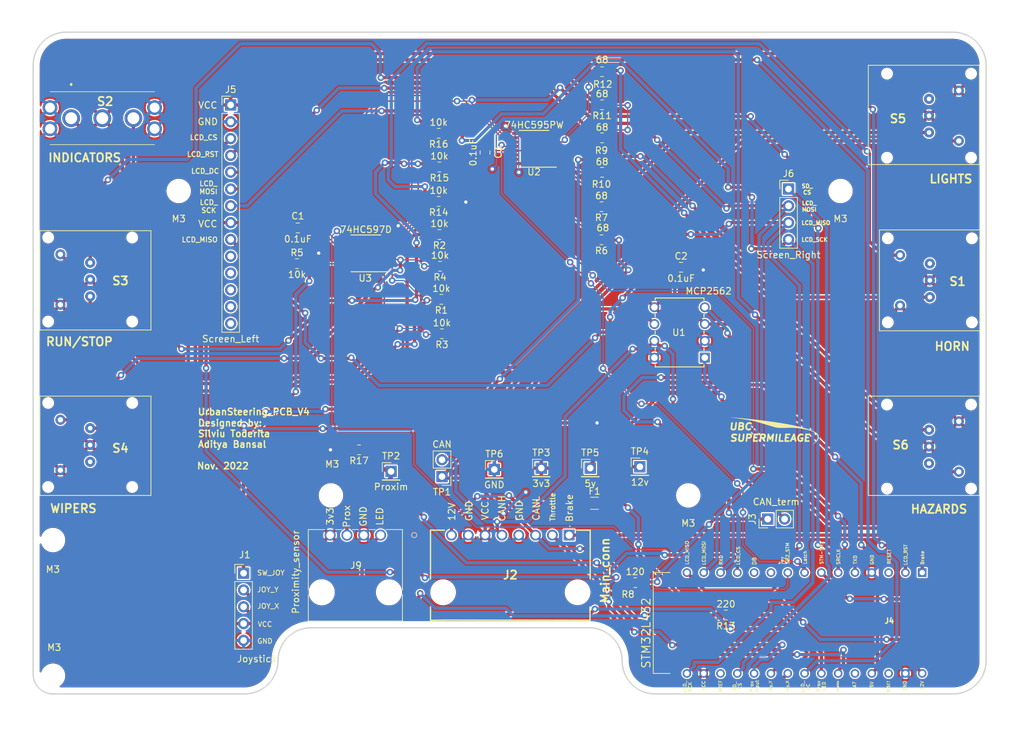
<source format=kicad_pcb>
(kicad_pcb (version 20211014) (generator pcbnew)
  (layers (0 "F.Cu" signal "Top") (31 "B.Cu" signal "Bottom") (34 "B.Paste" user) (35 "F.Paste" user) (36 "B.SilkS" user "B.Silkscreen") (37 "F.SilkS" user "F.Silkscreen") (38 "B.Mask" user) (39 "F.Mask" user) (44 "Edge.Cuts" user))
  (net 0 "")
  (net 1 "GND")
  (net 2 "+12V")
  (net 3 "VCC")
  (net 4 "/JoystickX")
  (net 5 "/JoystickY")
  (net 6 "/SW_JOY")
  (net 7 "Net-(J2-Pad1)")
  (net 8 "/Throttle")
  (net 9 "/CANH")
  (net 10 "/CANL")
  (net 11 "Net-(J3-Pad1)")
  (net 12 "+5V")
  (net 13 "/LCD_RST")
  (net 15 "/TXD")
  (net 16 "/SRCLK")
  (net 17 "/STM-SR1")
  (net 18 "/Latch")
  (net 19 "/SR2-STM")
  (net 22 "/LCD_CS")
  (net 23 "/RXD")
  (net 24 "/LCD_MOSI")
  (net 25 "/LCD_MISO")
  (net 26 "/LCD_SCK")
  (net 28 "/SD_CS")
  (net 29 "/ProximInput")
  (net 30 "/LCD_DC")
  (net 31 "/ProximLED")
  (net 39 "Net-(J9-Pad1)")
  (net 40 "/BTN_IND_LEFT")
  (net 41 "/BTN_LIGHTS")
  (net 42 "/BTN_IND_RIGHT")
  (net 43 "/BTN_WIPERS")
  (net 44 "Net-(R6-Pad1)")
  (net 45 "/LED_WIPERS_ON")
  (net 46 "Net-(R7-Pad1)")
  (net 47 "/LED_LIGHTS_ON")
  (net 48 "/LED_IGNITION_OFF")
  (net 49 "Net-(R9-Pad2)")
  (net 50 "/LED_HORN_PRESSED")
  (net 51 "Net-(R10-Pad2)")
  (net 52 "/LED_IGNITION_ON")
  (net 53 "Net-(R11-Pad2)")
  (net 54 "/LED_HAZARDS_ON")
  (net 55 "Net-(R12-Pad2)")
  (net 56 "/BTN_HORN")
  (net 57 "/BTN_IGNITION")
  (net 58 "/BTN_HAZARDS")
  (net 67 "Net-(F1-Pad1)")
  (footprint "schematic:STM32L432" (layer "F.Cu") (at 228 139.28 -90)
    (fp_text reference "J4")
    (fp_text value "STM32L432")
  )
  (footprint "LP11EE1NCSYG:LP11EE1NCSYG" (layer "F.Cu") (at 243 120 180)
    (fp_text reference "S6")
    (fp_text value "HAZARDS")
  )
  (footprint "LP11EE1NCSYG:LP11EE1NCSYG" (layer "F.Cu") (at 101 80)
    (fp_text reference "S3")
    (fp_text value "RUN/STOP")
  )
  (footprint "LP11EE1NCSYG:LP11EE1NCSYG" (layer "F.Cu") (at 243 70 180)
    (fp_text reference "S5")
    (fp_text value "LIGHTS")
  )
  (footprint "LP11EE1NCSYG:LP11EE1NCSYG" (layer "F.Cu") (at 101 105)
    (fp_text reference "S4")
    (fp_text value "WIPERS")
  )
  (footprint "LP11EE1NCSYG:LP11OA1TCSYY" (layer "F.Cu") (at 243.12 95.12)
    (fp_text reference "S1")
    (fp_text value "HORN")
  )
  (footprint "footprints:MCP2562FD-H&slash_P" (layer "F.Cu") (at 201.495979 99.18474 180)
    (fp_text reference "U1")
    (fp_text value "MCP2562")
  )
  (footprint "M2013TXG13DA:M2013TXG13DA" (layer "F.Cu") (at 102.55 59 -90)
    (fp_text reference "S2")
    (fp_text value "INDICATORS")
  )
  (footprint "Resistor_SMD:R_0805_2012Metric" (layer "F.Cu") (at 161.285979 75.57474 180)
    (fp_text reference "R14")
    (fp_text value "10k")
  )
  (footprint "Connector_PinHeader_2.54mm:PinHeader_1x01_P2.54mm_Vertical" (layer "F.Cu") (at 191.685979 115.67474)
    (fp_text reference "TP4")
    (fp_text value "12v")
  )
  (footprint "Resistor_SMD:R_0805_2012Metric" (layer "F.Cu") (at 185.973479 60.97474 180)
    (fp_text reference "R11")
    (fp_text value "68")
  )
  (footprint "Resistor_SMD:R_0805_2012Metric" (layer "F.Cu") (at 149.246779 113.10874 180)
    (fp_text reference "R17")
    (fp_text value "10k")
  )
  (footprint "MountingHole:MountingHole_3.2mm_M3" (layer "F.Cu") (at 103 126.75)
    (fp_text reference "H5" hide)
    (fp_text value "M3")
  )
  (footprint "MountingHole:MountingHole_3.2mm_M3" (layer "F.Cu") (at 103 147.25)
    (fp_text reference "H6" hide)
    (fp_text value "M3")
  )
  (footprint "Resistor_SMD:R_0805_2012Metric" (layer "F.Cu") (at 161.385979 70.37474 180)
    (fp_text reference "R15")
    (fp_text value "10k")
  )
  (footprint "Resistor_SMD:R_0805_2012Metric" (layer "F.Cu") (at 190.985979 133.17474 180)
    (fp_text reference "R8")
    (fp_text value "120")
  )
  (footprint "Package_SO:TSSOP-16-1EP_4.4x5mm_P0.65mm" (layer "F.Cu") (at 175.685979 67.57474 180)
    (fp_text reference "U2")
    (fp_text value "74HC595PW")
  )
  (footprint "Supermileage_PCB:Logo_bitmap" (layer "F.Cu") (at 211.679979 110.67034)
    (fp_text reference "SUPERMILEAGE")
    (fp_text value "LOGO" hide)
  )
  (footprint "Package_SO:TSSOP-16-1EP_4.4x5mm_P0.65mm" (layer "F.Cu") (at 150.285979 83.37474 180)
    (fp_text reference "U3")
    (fp_text value "74HC597D")
  )
  (footprint "Connector_PinHeader_2.54mm:PinHeader_1x05_P2.54mm_Vertical" (layer "F.Cu") (at 131.8 131.75)
    (fp_text reference "J1")
    (fp_text value "Joystick")
  )
  (footprint "Resistor_SMD:R_0805_2012Metric" (layer "F.Cu") (at 185.885979 81.37474 180)
    (fp_text reference "R6")
    (fp_text value "68")
  )
  (footprint "Connector_PinHeader_2.54mm:PinHeader_1x02_P2.54mm_Vertical" (layer "F.Cu") (at 161.785979 117.14974 180)
    (fp_text reference "TP1")
    (fp_text value "CAN")
  )
  (footprint "Resistor_SMD:R_0805_2012Metric" (layer "F.Cu") (at 161.285979 65.27474 180)
    (fp_text reference "R16")
    (fp_text value "10k")
  )
  (footprint "Resistor_SMD:R_0805_2012Metric" (layer "F.Cu") (at 161.398479 80.57474 180)
    (fp_text reference "R2")
    (fp_text value "10k")
  )
  (footprint "Resistor_SMD:R_0805_2012Metric" (layer "F.Cu") (at 185.973479 71.17474)
    (fp_text reference "R10")
    (fp_text value "68")
  )
  (footprint "Connector_PinHeader_2.54mm:PinHeader_1x01_P2.54mm_Vertical" (layer "F.Cu") (at 169.685979 116.07474)
    (fp_text reference "TP6")
    (fp_text value "GND")
  )
  (footprint "MountingHole:MountingHole_3.2mm_M3" (layer "F.Cu") (at 122 74)
    (fp_text reference "H3")
    (fp_text value "M3")
  )
  (footprint "Connector_PinHeader_2.54mm:PinHeader_1x04_P2.54mm_Vertical" (layer "F.Cu") (at 214.15 73.7)
    (fp_text reference "J6")
    (fp_text value "Screen_Right")
  )
  (footprint "Resistor_SMD:R_0805_2012Metric" (layer "F.Cu") (at 204.685979 138.07474 180)
    (fp_text reference "R13")
    (fp_text value "220")
  )
  (footprint "Capacitor_SMD:C_0805_2012Metric" (layer "F.Cu") (at 140.001179 79.58074)
    (fp_text reference "C1")
    (fp_text value "0.1uF")
  )
  (footprint "MountingHole:MountingHole_3.2mm_M3" (layer "F.Cu") (at 145 120)
    (fp_text reference "H4")
    (fp_text value "M3")
  )
  (footprint "Connector_Molex:705510003" (layer "F.Cu") (at 152.5 126 180)
    (fp_text reference "J9")
    (fp_text value "Proximity_sensor")
  )
  (footprint "Resistor_SMD:R_0805_2012Metric" (layer "F.Cu") (at 185.973479 65.97474)
    (fp_text reference "R9")
    (fp_text value "68")
  )
  (footprint "Connector_PinHeader_2.54mm:PinHeader_1x01_P2.54mm_Vertical" (layer "F.Cu") (at 184.185979 115.87474)
    (fp_text reference "TP5")
    (fp_text value "5v")
  )
  (footprint "Connector_PinHeader_2.54mm:PinHeader_1x02_P2.54mm_Vertical" (layer "F.Cu") (at 211.010979 123.57474 90)
    (fp_text reference "J3")
    (fp_text value "CAN_term")
  )
  (footprint "Resistor_SMD:R_0805_2012Metric" (layer "F.Cu") (at 139.873479 84.97474)
    (fp_text reference "R5")
    (fp_text value "10k")
  )
  (footprint "Resistor_SMD:R_0805_2012Metric" (layer "F.Cu") (at 161.685979 90.37474 180)
    (fp_text reference "R1")
    (fp_text value "10k")
  )
  (footprint "Resistor_SMD:R_0805_2012Metric" (layer "F.Cu") (at 185.885979 76.37474 180)
    (fp_text reference "R7")
    (fp_text value "68")
  )
  (footprint "Resistor_SMD:R_0805_2012Metric" (layer "F.Cu") (at 161.773479 95.57474 180)
    (fp_text reference "R3")
    (fp_text value "10k")
  )
  (footprint "Resistor_SMD:R_0805_2012Metric" (layer "F.Cu") (at 185.973479 55.97474)
    (fp_text reference "R12")
    (fp_text value "68")
  )
  (footprint "Capacitor_SMD:C_0805_2012Metric" (layer "F.Cu") (at 197.913179 85.52434)
    (fp_text reference "C2")
    (fp_text value "0.1uF")
  )
  (footprint "MountingHole:MountingHole_3.2mm_M3" (layer "F.Cu") (at 222 74)
    (fp_text reference "H2")
    (fp_text value "M3")
  )
  (footprint "Connector_PinHeader_2.54mm:PinHeader_1x14_P2.54mm_Vertical" (layer "F.Cu") (at 129.85 61)
    (fp_text reference "J5")
    (fp_text value "Screen_Left")
  )
  (footprint "MountingHole:MountingHole_3.2mm_M3" (layer "F.Cu") (at 199 120)
    (fp_text reference "H1")
    (fp_text value "M3")
  )
  (footprint "Connector_Molex:705510007" (layer "F.Cu") (at 181 126 180)
    (fp_text reference "J2")
    (fp_text value "Main_conn")
  )
  (footprint "Fuse:Fuse_1206_3216Metric" (layer "F.Cu") (at 184.829179 121.18594)
    (fp_text reference "F1")
    (fp_text value "Fuse")
  )
  (footprint "Capacitor_SMD:C_0805_2012Metric" (layer "F.Cu") (at 168.285979 68.17474 90)
    (fp_text reference "C3")
    (fp_text value "0.1uF")
  )
  (footprint "Resistor_SMD:R_0805_2012Metric" (layer "F.Cu") (at 161.485979 85.37474 180)
    (fp_text reference "R4")
    (fp_text value "10k")
  )
  (footprint "Connector_PinHeader_2.54mm:PinHeader_1x01_P2.54mm_Vertical" (layer "F.Cu") (at 154.085979 116.37474)
    (fp_text reference "TP2")
    (fp_text value "Proxim")
  )
  (footprint "Connector_PinHeader_2.54mm:PinHeader_1x01_P2.54mm_Vertical" (layer "F.Cu") (at 176.785979 115.87474)
    (fp_text reference "TP3")
    (fp_text value "3v3")
  )
  (gr_line (start 132 150) (end 103 150) (layer "Edge.Cuts") (width 0.2))
  (gr_arc (start 137 145) (mid 135.518959 148.518959) (end 132 150) (layer "Edge.Cuts") (width 0.2))
  (gr_arc (start 100 55) (mid 101.464466 51.464466) (end 105 50) (layer "Edge.Cuts") (width 0.2))
  (gr_arc (start 103 150) (mid 100.87868 149.12132) (end 100 147) (layer "Edge.Cuts") (width 0.2))
  (gr_line (start 239 150) (end 194 150) (layer "Edge.Cuts") (width 0.2))
  (gr_line (start 142 140) (end 184 140) (layer "Edge.Cuts") (width 0.2))
  (gr_arc (start 137 145) (mid 138.464466 141.464466) (end 142 140) (layer "Edge.Cuts") (width 0.2))
  (gr_line (start 100 147) (end 100 55) (layer "Edge.Cuts") (width 0.2))
  (gr_line (start 244 145) (end 244 55) (layer "Edge.Cuts") (width 0.2))
  (gr_arc (start 239 50) (mid 242.535534 51.464466) (end 244 55) (layer "Edge.Cuts") (width 0.2))
  (gr_line (start 137 145) (end 137 145) (layer "Edge.Cuts") (width 0.05))
  (gr_arc (start 184 140) (mid 187.535534 141.464466) (end 189 145) (layer "Edge.Cuts") (width 0.2))
  (gr_arc (start 244 145) (mid 242.535534 148.535534) (end 239 150) (layer "Edge.Cuts") (width 0.2))
  (gr_arc (start 194 150) (mid 190.464466 148.535534) (end 189 145) (layer "Edge.Cuts") (width 0.2))
  (gr_line (start 105 50) (end 239 50) (layer "Edge.Cuts") (width 0.2))
  (gr_text "D7" (at 213.457979 129.82194 90) (layer "F.SilkS") (effects (font (size 0.6 0.6) (thickness 0.1))))
  (gr_text "Throttle\n" (at 221.585979 148.87194 90) (layer "F.SilkS") (effects (font (size 0.3 0.3) (thickness 0.075))))
  (gr_text "GND" (at 173.478379 122.30354 90) (layer "F.SilkS") (effects (font (size 1 1))))
  (gr_text "VCC" (at 126.386779 78.97114) (layer "F.SilkS") (effects (font (size 1 1))))
  (gr_text "SD_\nCS" (at 206.396779 148.82114 90) (layer "F.SilkS") (effects (font (size 0.5 0.5) (thickness 0.1))))
  (gr_text "Nov. 2022" (at 128.672779 115.54714) (layer "F.SilkS") (effects (font (size 1 1) (thickness 0.2))))
  (gr_text "LED" (at 152.385979 123.17474 90) (layer "F.SilkS") (effects (font (size 1 1))))
  (gr_text "UBC" (at 206.904779 109.60354) (layer "F.SilkS") (effects (font (size 1 1.1) (thickness 0.25) italic)))
  (gr_text "GND" (at 126.386779 63.52794) (layer "F.SilkS") (effects (font (size 1 1))))
  (gr_text "VCC" (at 135.022779 139.47394) (layer "F.SilkS") (effects (font (size 0.75 0.75) (thickness 0.125))))
  (gr_text "GND" (at 226.767579 129.72034 90) (layer "F.SilkS") (effects (font (size 0.5 0.5) (thickness 0.1))))
  (gr_text "STM-SR1" (at 219.147579 128.65354 90) (layer "F.SilkS") (effects (font (size 0.5 0.5) (thickness 0.1))))
  (gr_text "5V" (at 226.716779 148.56714 90) (layer "F.SilkS") (effects (font (size 0.5 0.5) (thickness 0.1))))
  (gr_text "RESET" (at 229.256779 148.92274 90) (layer "F.SilkS") (effects (font (size 0.4 0.4) (thickness 0.08))))
  (gr_text "Latch" (at 216.658379 129.36474 90) (layer "F.SilkS") (effects (font (size 0.5 0.5) (thickness 0.1))))
  (gr_text "VCC" (at 201.316779 148.71954 90) (layer "F.SilkS") (effects (font (size 0.5 0.5) (thickness 0.1))))
  (gr_text "Prox\nInput\n" (at 208.987579 148.87194 90) (layer "F.SilkS") (effects (font (size 0.5 0.5) (thickness 0.1))))
  (gr_text "AREF" (at 203.856779 148.82114 90) (layer "F.SilkS") (effects (font (size 0.5 0.5) (thickness 0.1))))
  (gr_text "Prox\nLED\n" (at 219.096779 148.82114 90) (layer "F.SilkS") (effects (font (size 0.5 0.5) (thickness 0.1))))
  (gr_text "CANL" (at 176.018379 121.94794 90) (layer "F.SilkS") (effects (font (size 1 1))))
  (gr_text "CANH" (at 170.836779 121.94794 90) (layer "F.SilkS") (effects (font (size 1 1))))
  (gr_text "LCD_\nSCK" (at 198.878379 148.92274 90) (layer "F.SilkS") (effects (font (size 0.5 0.5) (thickness 0.1))))
  (gr_text "SD_\nCS" (at 216.963179 73.73874) (layer "F.SilkS") (effects (font (size 0.6 0.6))))
  (gr_text "SRCLK" (at 221.687579 129.26314 90) (layer "F.SilkS") (effects (font (size 0.5 0.5) (thickness 0.1))))
  (gr_text "LCD_\nSCK\n" (at 126.539179 76.32954) (layer "F.SilkS") (effects (font (size 0.75 0.75))))
  (gr_text "LCD_CS" (at 125.777179 65.91554) (layer "F.SilkS") (effects (font (size 0.75 0.75))))
  (gr_text "Brake" (at 181.047579 121.89714 90) (layer "F.SilkS") (effects (font (size 1 1))))
  (gr_text "Prox" (at 147.385979 123.17474 90) (layer "F.SilkS") (effects (font (size 1 1))))
  (gr_text "SW_JOY" (at 135.937179 131.70154) (layer "F.SilkS") (effects (font (size 0.75 0.75) (thickness 0.125))))
  (gr_text "VCC" (at 126.386779 61.03874) (layer "F.SilkS") (effects (font (size 1 1))))
  (gr_text "SR2_STM" (at 214.016779 128.75514 90) (layer "F.SilkS") (effects (font (size 0.5 0.5) (thickness 0.1))))
  (gr_text "Throttle" (at 178.507579 121.74474 90) (layer "F.SilkS") (effects (font (size 0.75 0.75))))
  (gr_text "VCC" (at 168.296779 122.30354 90) (layer "F.SilkS") (effects (font (size 1 1))))
  (gr_text "LCD_SCK" (at 218.080779 81.35874) (layer "F.SilkS") (effects (font (size 0.6 0.6))))
  (gr_text "LCD_\nDC" (at 216.709179 148.92274 90) (layer "F.SilkS") (effects (font (size 0.5 0.5) (thickness 0.1))))
  (gr_text "LCD_\nMOSI" (at 126.488379 73.48474) (layer "F.SilkS") (effects (font (size 0.75 0.75))))
  (gr_text "RESET" (at 229.358379 129.26314 90) (layer "F.SilkS") (effects (font (size 0.5 0.5) (thickness 0.1))))
  (gr_text "GND" (at 165.858379 122.35434 90) (layer "F.SilkS") (effects (font (size 1 1))))
  (gr_text "Joy_Y" (at 211.425979 148.82114 90) (layer "F.SilkS") (effects (font (size 0.4 0.4) (thickness 0.1))))
  (gr_text "12V" (at 163.267579 122.45594 90) (layer "F.SilkS") (effects (font (size 1 1))))
  (gr_text "3v3" (at 144.885979 123.17474 90) (layer "F.SilkS") (effects (font (size 1 1))))
  (gr_text "LCD_\nMOSI" (at 217.267979 76.32954) (layer "F.SilkS") (effects (font (size 0.6 0.6))))
  (gr_text "JOY_Y" (at 135.479979 134.24154) (layer "F.SilkS") (effects (font (size 0.75 0.75) (thickness 0.125))))
  (gr_text "LCD_DC" (at 125.980379 70.99554) (layer "F.SilkS") (effects (font (size 0.75 0.75))))
  (gr_text "LCD_MISO" (at 125.167579 81.35874) (layer "F.SilkS") (effects (font (size 0.75 0.75))))
  (gr_text "12V" (at 234.336779 148.71954 90) (layer "F.SilkS") (effects (font (size 0.5 0.5) (thickness 0.1))))
  (gr_text "LCD_MOSI" (at 201.367579 128.70434 90) (layer "F.SilkS") (effects (font (size 0.5 0.5) (thickness 0.1))))
  (gr_text "LCD_RST" (at 125.624779 68.45554) (layer "F.SilkS") (effects (font (size 0.75 0.75))))
  (gr_text "Designed by:\nSilviu Toderita\nAditya Bansal" (at 124.811979 110.67034) (layer "F.SilkS") (effects (font (size 1 1) (thickness 0.2)) (justify left)))
  (gr_text "GND" (at 135.022779 142.01394) (layer "F.SilkS") (effects (font (size 0.75 0.75) (thickness 0.125))))
  (gr_text "LCD_MISO" (at 198.827579 128.65354 90) (layer "F.SilkS") (effects (font (size 0.5 0.5) (thickness 0.1))))
  (gr_text "GND" (at 149.885979 123.17474 90) (layer "F.SilkS") (effects (font (size 1 1))))
  (gr_text "TXD" (at 224.227579 129.72034 90) (layer "F.SilkS") (effects (font (size 0.5 0.5) (thickness 0.1))))
  (gr_text "LCD_RST" (at 231.847579 128.95834 90) (layer "F.SilkS") (effects (font (size 0.5 0.5) (thickness 0.1))))
  (gr_text "LCD_MISO" (at 218.283979 78.81874) (layer "F.SilkS") (effects (font (size 0.6 0.6))))
  (gr_text "LCD_CS" (at 206.549179 129.11074 90) (layer "F.SilkS") (effects (font (size 0.5 0.5) (thickness 0.1))))
  (gr_text "A7" (at 224.125979 148.56714 90) (layer "F.SilkS") (effects (font (size 0.5 0.5) (thickness 0.1))))
  (gr_text "JOY_X" (at 135.530779 136.73074) (layer "F.SilkS") (effects (font (size 0.75 0.75) (thickness 0.125))))
  (gr_text "RXD" (at 203.958379 129.77114 90) (layer "F.SilkS") (effects (font (size 0.5 0.5) (thickness 0.1))))
  (gr_text "Brake" (at 234.387579 129.41554 90) (layer "F.SilkS") (effects (font (size 0.5 0.5) (thickness 0.1))))
  (gr_text "D8" (at 208.987579 129.92354 90) (layer "F.SilkS") (effects (font (size 0.6 0.6) (thickness 0.1))))
  (gr_text "UrbanSteering_PCB_V4" (at 133.346379 107.36834) (layer "F.SilkS") (effects (font (size 1 1) (thickness 0.2))))
  (gr_text "GND" (at 231.745979 148.77034 90) (layer "F.SilkS") (effects (font (size 0.5 0.5) (thickness 0.1))))
  (gr_text "Joy_X" (at 213.965979 148.82114 90) (layer "F.SilkS") (effects (font (size 0.4 0.4) (thickness 0.1))))
  (segment (start 173.710979 67.89974) (end 172.910979 67.89974) (width 0.2) (layer "F.Cu") (net 1))
  (segment (start 168.285979 67.22474) (end 164.148479 67.22474) (width 0.2) (layer "F.Cu") (net 1))
  (segment (start 162.198479 75.57474) (end 165.285979 75.57474) (width 0.5) (layer "F.Cu") (net 1))
  (segment (start 174.000979 65.29974) (end 173.785979 65.51474) (width 0.2) (layer "F.Cu") (net 1))
  (segment (start 162.298479 75.47474) (end 162.198479 75.57474) (width 0.5) (layer "F.Cu") (net 1))
  (segment (start 173.785979 65.51474) (end 173.785979 67.82474) (width 0.2) (layer "F.Cu") (net 1))
  (segment (start 169.685979 114.72474) (end 175.365979 109.04474) (width 0.5) (layer "F.Cu") (net 1))
  (segment (start 162.685979 90.46224) (end 162.685979 95.57474) (width 0.5) (layer "F.Cu") (net 1))
  (segment (start 173.785979 67.82474) (end 173.710979 67.89974) (width 0.2) (layer "F.Cu") (net 1))
  (segment (start 162.298479 72.77744) (end 162.298479 75.47474) (width 0.5) (layer "F.Cu") (net 1))
  (segment (start 162.598479 90.37474) (end 162.685979 90.46224) (width 0.5) (layer "F.Cu") (net 1))
  (segment (start 162.310979 85.28724) (end 162.398479 85.37474) (width 0.5) (layer "F.Cu") (net 1))
  (segment (start 143.524179 82.15374) (end 140.951179 79.58074) (width 0.2) (layer "F.Cu") (net 1))
  (segment (start 178.460979 65.29974) (end 174.000979 65.29974) (width 0.2) (layer "F.Cu") (net 1))
  (segment (start 165.285979 75.57474) (end 165.385979 75.67474) (width 0.5) (layer "F.Cu") (net 1))
  (segment (start 200.859579 85.52434) (end 201.265979 85.93074) (width 0.5) (layer "F.Cu") (net 1))
  (segment (start 162.310979 80.57474) (end 162.310979 85.28724) (width 0.5) (layer "F.Cu") (net 1))
  (segment (start 169.685979 116.07474) (end 169.685979 114.72474) (width 0.5) (layer "F.Cu") (net 1))
  (segment (start 164.148479 67.22474) (end 162.198479 65.27474) (width 0.2) (layer "F.Cu") (net 1))
  (segment (start 143.524179 82.15374) (end 143.150779 82.52714) (width 0.2) (layer "F.Cu") (net 1))
  (segment (start 162.310979 80.57474) (end 162.198479 80.46224) (width 0.5) (layer "F.Cu") (net 1))
  (segment (start 162.398479 85.37474) (end 162.398479 90.17474) (width 0.5) (layer "F.Cu") (net 1))
  (segment (start 162.198479 70.27474) (end 162.298479 70.37474) (width 0.5) (layer "F.Cu") (net 1))
  (segment (start 162.298479 70.37474) (end 162.298479 72.77744) (width 0.5) (layer "F.Cu") (net 1))
  (segment (start 162.198479 65.27474) (end 162.198479 70.27474) (width 0.5) (layer "F.Cu") (net 1))
  (segment (start 198.863179 85.52434) (end 200.859579 85.52434) (width 0.5) (layer "F.Cu") (net 1))
  (segment (start 175.365979 109.04474) (end 185.213179 109.04474) (width 0.5) (layer "F.Cu") (net 1))
  (segment (start 153.309603 81.09974) (end 155.161891 79.247452) (width 0.2) (layer "F.Cu") (net 1))
  (segment (start 172.910979 67.89974) (end 168.960979 67.89974) (width 0.2) (layer "F.Cu") (net 1))
  (segment (start 143.150779 82.52714) (end 143.150779 83.39074) (width 0.2) (layer "F.Cu") (net 1))
  (segment (start 162.398479 90.17474) (end 162.598479 90.37474) (width 0.5) (layer "F.Cu") (net 1))
  (segment (start 153.060979 81.09974) (end 153.309603 81.09974) (width 0.2) (layer "F.Cu") (net 1))
  (segment (start 162.198479 80.46224) (end 162.198479 75.57474) (width 0.5) (layer "F.Cu") (net 1))
  (segment (start 148.334279 113.10874) (end 144.928779 113.10874) (width 0.5) (layer "F.Cu") (net 1))
  (segment (start 168.960979 67.89974) (end 168.285979 67.22474) (width 0.2) (layer "F.Cu") (net 1))
  (via (at 185.213179 109.04474) (size 1) (drill 0.5) (layers "F.Cu" "B.Cu") (net 1))
  (via (at 155.161891 79.247452) (size 1) (drill 0.5) (layers "F.Cu" "B.Cu") (net 1))
  (via (at 165.385979 75.67474) (size 1) (drill 0.5) (layers "F.Cu" "B.Cu") (net 1))
  (via (at 201.265979 85.93074) (size 1) (drill 0.5) (layers "F.Cu" "B.Cu") (net 1))
  (via (at 144.928779 113.10874) (size 1) (drill 0.5) (layers "F.Cu" "B.Cu") (net 1))
  (via (at 143.150779 83.39074) (size 1) (drill 0.5) (layers "F.Cu" "B.Cu") (net 1))
  (segment (start 188.793979 115.67474) (end 191.685979 115.67474) (width 0.5) (layer "F.Cu") (net 2))
  (segment (start 216.353579 139.16914) (end 212.949979 135.76554) (width 0.5) (layer "F.Cu") (net 2))
  (segment (start 189.886779 121.84634) (end 188.184979 120.14454) (width 0.5) (layer "F.Cu") (net 2))
  (segment (start 198.421179 135.76554) (end 191.461579 128.80594) (width 0.5) (layer "F.Cu") (net 2))
  (segment (start 187.270579 120.14454) (end 186.905579 120.50954) (width 0.5) (layer "F.Cu") (net 2))
  (segment (start 191.461579 128.80594) (end 191.461579 127.38354) (width 0.5) (layer "F.Cu") (net 2))
  (segment (start 212.949979 135.76554) (end 198.421179 135.76554) (width 0.5) (layer "F.Cu") (net 2))
  (segment (start 231.20994 141.75994) (end 228.951979 141.75994) (width 0.5) (layer "F.Cu") (net 2))
  (segment (start 231.20994 141.75994) (end 231.20994 143.75994) (width 0.5) (layer "F.Cu") (net 2))
  (segment (start 188.184979 120.14454) (end 187.270579 120.14454) (width 0.5) (layer "F.Cu") (net 2))
  (segment (start 188.184979 116.28374) (end 188.793979 115.67474) (width 0.5) (layer "F.Cu") (net 2))
  (segment (start 231.20994 143.75994) (end 234.35 146.9) (width 0.5) (layer "F.Cu") (net 2))
  (segment (start 188.184979 120.14454) (end 188.184979 116.28374) (width 0.5) (layer "F.Cu") (net 2))
  (via (at 191.461579 127.38354) (size 1) (drill 0.5) (layers "F.Cu" "B.Cu") (net 2))
  (via (at 216.353579 139.16914) (size 1) (drill 0.5) (layers "F.Cu" "B.Cu") (net 2))
  (via (at 228.951979 141.75994) (size 1) (drill 0.5) (layers "F.Cu" "B.Cu") (net 2))
  (via (at 189.886779 121.84634) (size 1) (drill 0.5) (layers "F.Cu" "B.Cu") (net 2))
  (segment (start 218.944379 141.75994) (end 216.353579 139.16914) (width 0.5) (layer "B.Cu") (net 2))
  (segment (start 228.951979 141.75994) (end 218.944379 141.75994) (width 0.5) (layer "B.Cu") (net 2))
  (segment (start 191.461579 127.38354) (end 191.461579 123.42114) (width 0.5) (layer "B.Cu") (net 2))
  (segment (start 191.461579 123.42114) (end 189.886779 121.84634) (width 0.5) (layer "B.Cu") (net 2))
  (segment (start 172.110979 65.94974) (end 171.385979 65.22474) (width 0.2) (layer "F.Cu") (net 3))
  (segment (start 176.785979 115.87474) (end 176.785979 117.16714) (width 0.5) (layer "F.Cu") (net 3))
  (segment (start 172.910979 65.94974) (end 172.110979 65.94974) (width 0.2) (layer "F.Cu") (net 3))
  (segment (start 148.385979 81.9) (end 148.385979 85.62474) (width 0.2) (layer "F.Cu") (net 3))
  (segment (start 168.285979 69.57474) (end 169.385979 70.67474) (width 0.2) (layer "F.Cu") (net 3))
  (segment (start 176.785979 117.16714) (end 174.443579 119.50954) (width 0.5) (layer "F.Cu") (net 3))
  (segment (start 148.360979 85.64974) (end 147.510979 85.64974) (width 0.2) (layer "F.Cu") (net 3))
  (segment (start 148.385979 85.62474) (end 148.360979 85.64974) (width 0.2) (layer "F.Cu") (net 3))
  (segment (start 169.211179 121.89714) (end 168.3 122.808319) (width 0.5) (layer "F.Cu") (net 3))
  (segment (start 172.910979 70.69974) (end 173.385979 71.17474) (width 0.2) (layer "F.Cu") (net 3))
  (segment (start 147.510979 81.74974) (end 148.235979 81.74974) (width 0.2) (layer "F.Cu") (net 3))
  (segment (start 171.090779 122.70994) (end 170.277979 121.89714) (width 0.5) (layer "F.Cu") (net 3))
  (segment (start 170.277979 121.89714) (end 169.211179 121.89714) (width 0.5) (layer "F.Cu") (net 3))
  (segment (start 171.385979 65.22474) (end 171.385979 64.17474) (width 0.2) (layer "F.Cu") (net 3))
  (segment (start 172.910979 69.84974) (end 172.910979 70.69974) (width 0.2) (layer "F.Cu") (net 3))
  (segment (start 168.285979 69.12474) (end 168.285979 69.57474) (width 0.2) (layer "F.Cu") (net 3))
  (segment (start 148.235979 81.74974) (end 148.385979 81.89974) (width 0.2) (layer "F.Cu") (net 3))
  (segment (start 168.3 122.808319) (end 168.3 126) (width 0.5) (layer "F.Cu") (net 3))
  (via (at 173.385979 71.17474) (size 1) (drill 0.5) (layers "F.Cu" "B.Cu") (net 3))
  (via (at 174.443579 119.50954) (size 1) (drill 0.5) (layers "F.Cu" "B.Cu") (net 3))
  (via (at 169.385979 70.67474) (size 1) (drill 0.5) (layers "F.Cu" "B.Cu") (net 3))
  (via (at 171.090779 122.70994) (size 1) (drill 0.5) (layers "F.Cu" "B.Cu") (net 3))
  (via (at 171.385979 64.17474) (size 1) (drill 0.5) (layers "F.Cu" "B.Cu") (net 3))
  (segment (start 173.385979 66.17474) (end 173.385979 71.17474) (width 0.2) (layer "B.Cu") (net 3))
  (segment (start 171.385979 64.17474) (end 173.385979 66.17474) (width 0.2) (layer "B.Cu") (net 3))
  (segment (start 169.385979 70.67474) (end 169.985979 70.07474) (width 0.2) (layer "B.Cu") (net 3))
  (segment (start 174.443579 119.50954) (end 174.291179 119.50954) (width 0.5) (layer "B.Cu") (net 3))
  (segment (start 169.985979 70.07474) (end 169.985979 65.57474) (width 0.2) (layer "B.Cu") (net 3))
  (segment (start 174.291179 119.50954) (end 171.090779 122.70994) (width 0.5) (layer "B.Cu") (net 3))
  (segment (start 169.985979 65.57474) (end 171.385979 64.17474) (width 0.2) (layer "B.Cu") (net 3))
  (segment (start 213.000779 147.929221) (end 214.03 146.9) (width 0.5) (layer "F.Cu") (net 4))
  (segment (start 133.64474 138.67474) (end 186.885979 138.67474) (width 0.5) (layer "F.Cu") (net 4))
  (segment (start 131.8 136.83) (end 133.64474 138.67474) (width 0.5) (layer "F.Cu") (net 4))
  (segment (start 196.793393 148.582154) (end 213.000779 148.582154) (width 0.5) (layer "F.Cu") (net 4))
  (segment (start 186.885979 138.67474) (end 196.793393 148.582154) (width 0.5) (layer "F.Cu") (net 4))
  (segment (start 213.000779 148.582154) (end 213.000779 147.929221) (width 0.5) (layer "F.Cu") (net 4))
  (segment (start 213.385979 140.17474) (end 205.385979 140.17474) (width 0.5) (layer "F.Cu") (net 5))
  (segment (start 131.8 134.29) (end 135.48474 137.97474) (width 0.5) (layer "F.Cu") (net 5))
  (segment (start 216.885979 143.67474) (end 213.385979 140.17474) (width 0.5) (layer "F.Cu") (net 5))
  (segment (start 216.885979 144.17394) (end 216.885979 143.67474) (width 0.5) (layer "F.Cu") (net 5))
  (segment (start 215.794779 145.26514) (end 216.885979 144.17394) (width 0.5) (layer "F.Cu") (net 5))
  (segment (start 184.085979 137.97474) (end 184.885979 137.17474) (width 0.5) (layer "F.Cu") (net 5))
  (segment (start 211.49 146.9) (end 213.12486 145.26514) (width 0.5) (layer "F.Cu") (net 5))
  (segment (start 135.48474 137.97474) (end 184.085979 137.97474) (width 0.5) (layer "F.Cu") (net 5))
  (segment (start 213.12486 145.26514) (end 215.794779 145.26514) (width 0.5) (layer "F.Cu") (net 5))
  (via (at 184.885979 137.17474) (size 1) (drill 0.5) (layers "F.Cu" "B.Cu") (net 5))
  (via (at 205.385979 140.17474) (size 1) (drill 0.5) (layers "F.Cu" "B.Cu") (net 5))
  (segment (start 202.363579 137.15234) (end 205.385979 140.17474) (width 0.5) (layer "B.Cu") (net 5))
  (segment (start 184.908379 137.15234) (end 202.363579 137.15234) (width 0.5) (layer "B.Cu") (net 5))
  (segment (start 184.885979 137.17474) (end 184.908379 137.15234) (width 0.5) (layer "B.Cu") (net 5))
  (segment (start 141.728379 87.60714) (end 141.728379 85.91714) (width 0.5) (layer "F.Cu") (net 6))
  (segment (start 131.8 112.216719) (end 139.696379 104.32034) (width 0.5) (layer "F.Cu") (net 6))
  (segment (start 147.510979 84.99974) (end 140.810979 84.99974) (width 0.2) (layer "F.Cu") (net 6))
  (segment (start 141.728379 85.91714) (end 140.785979 84.97474) (width 0.5) (layer "F.Cu") (net 6))
  (segment (start 131.8 131.75) (end 131.8 112.216719) (width 0.5) (layer "F.Cu") (net 6))
  (segment (start 140.810979 84.99974) (end 140.785979 84.97474) (width 0.2) (layer "F.Cu") (net 6))
  (via (at 139.696379 104.32034) (size 1) (drill 0.5) (layers "F.Cu" "B.Cu") (net 6))
  (via (at 141.728379 87.60714) (size 1) (drill 0.5) (layers "F.Cu" "B.Cu") (net 6))
  (segment (start 139.696379 104.32034) (end 139.696379 89.63914) (width 0.5) (layer "B.Cu") (net 6))
  (segment (start 139.696379 89.63914) (end 141.728379 87.60714) (width 0.5) (layer "B.Cu") (net 6))
  (segment (start 234.35 131.66) (end 234.35 129.66) (width 0.5) (layer "F.Cu") (net 7))
  (segment (start 181 126) (end 230.69 126) (width 0.5) (layer "F.Cu") (net 7))
  (segment (start 234.35 129.66) (end 230.69 126) (width 0.5) (layer "F.Cu") (net 7))
  (segment (start 222.449579 143.33474) (end 222.449579 145.699579) (width 0.5) (layer "F.Cu") (net 8))
  (segment (start 221.81 146.339158) (end 221.81 146.9) (width 0.5) (layer "F.Cu") (net 8))
  (segment (start 178.46 126) (end 196.50594 144.04594) (width 0.5) (layer "F.Cu") (net 8))
  (segment (start 222.449579 145.699579) (end 221.81 146.339158) (width 0.5) (layer "F.Cu") (net 8))
  (segment (start 196.50594 144.04594) (end 215.439179 144.04594) (width 0.5) (layer "F.Cu") (net 8))
  (via (at 215.439179 144.04594) (size 1) (drill 0.5) (layers "F.Cu" "B.Cu") (net 8))
  (via (at 222.449579 143.33474) (size 1) (drill 0.5) (layers "F.Cu" "B.Cu") (net 8))
  (segment (start 215.439179 144.04594) (end 221.738379 144.04594) (width 0.5) (layer "B.Cu") (net 8))
  (segment (start 221.738379 144.04594) (end 222.449579 143.33474) (width 0.5) (layer "B.Cu") (net 8))
  (segment (start 195.423979 97.41154) (end 194.642779 97.41154) (width 0.5) (layer "F.Cu") (net 9))
  (segment (start 170.125579 125.285579) (end 170.84 126) (width 0.5) (layer "F.Cu") (net 9))
  (segment (start 213.550979 123.57474) (end 196.693979 106.71774) (width 0.5) (layer "F.Cu") (net 9))
  (segment (start 170.125579 123.968741) (end 170.125579 125.285579) (width 0.5) (layer "F.Cu") (net 9))
  (segment (start 192.651979 97.86874) (end 193.875979 96.64474) (width 0.5) (layer "F.Cu") (net 9))
  (segment (start 196.693979 106.71774) (end 196.693979 105.43794) (width 0.5) (layer "F.Cu") (net 9))
  (segment (start 190.597979 97.86874) (end 192.651979 97.86874) (width 0.5) (layer "F.Cu") (net 9))
  (segment (start 194.642779 97.41154) (end 193.875979 96.64474) (width 0.5) (layer "F.Cu") (net 9))
  (via (at 170.125579 123.968741) (size 1) (drill 0.5) (layers "F.Cu" "B.Cu") (net 9))
  (via (at 195.423979 97.41154) (size 1) (drill 0.5) (layers "F.Cu" "B.Cu") (net 9))
  (via (at 190.597979 97.86874) (size 1) (drill 0.5) (layers "F.Cu" "B.Cu") (net 9))
  (via (at 196.693979 105.43794) (size 1) (drill 0.5) (layers "F.Cu" "B.Cu") (net 9))
  (segment (start 196.693979 98.68154) (end 195.423979 97.41154) (width 0.5) (layer "B.Cu") (net 9))
  (segment (start 163.419979 114.53114) (end 163.877179 114.98834) (width 0.5) (layer "B.Cu") (net 9))
  (segment (start 176.119979 122.60834) (end 174.759578 123.968741) (width 0.5) (layer "B.Cu") (net 9))
  (segment (start 180.387179 117.06474) (end 180.387179 108.07954) (width 0.5) (layer "B.Cu") (net 9))
  (segment (start 161.864579 114.53114) (end 163.419979 114.53114) (width 0.5) (layer "B.Cu") (net 9))
  (segment (start 161.785979 114.60974) (end 161.864579 114.53114) (width 0.5) (layer "B.Cu") (net 9))
  (segment (start 168.43798 123.968741) (end 170.125579 123.968741) (width 0.5) (layer "B.Cu") (net 9))
  (segment (start 174.759578 123.968741) (end 170.125579 123.968741) (width 0.5) (layer "B.Cu") (net 9))
  (segment (start 163.877179 119.40794) (end 168.43798 123.968741) (width 0.5) (layer "B.Cu") (net 9))
  (segment (start 176.119979 121.33194) (end 180.387179 117.06474) (width 0.5) (layer "B.Cu") (net 9))
  (segment (start 176.119979 122.60834) (end 176.119979 121.33194) (width 0.5) (layer "B.Cu") (net 9))
  (segment (start 196.693979 105.43794) (end 196.693979 98.68154) (width 0.5) (layer "B.Cu") (net 9))
  (segment (start 163.877179 114.98834) (end 163.877179 119.40794) (width 0.5) (layer "B.Cu") (net 9))
  (segment (start 180.387179 108.07954) (end 190.597979 97.86874) (width 0.5) (layer "B.Cu") (net 9))
  (segment (start 166.125978 117.389539) (end 169.933579 121.19714) (width 0.5) (layer "F.Cu") (net 10))
  (segment (start 191.594779 91.82354) (end 193.875979 94.10474) (width 0.5) (layer "F.Cu") (net 10))
  (segment (start 190.073479 133.17474) (end 190.073479 132.912426) (width 0.5) (layer "F.Cu") (net 10))
  (segment (start 162.025778 117.389539) (end 166.125978 117.389539) (width 0.5) (layer "F.Cu") (net 10))
  (segment (start 169.933579 121.19714) (end 171.11714 121.19714) (width 0.5) (layer "F.Cu") (net 10))
  (segment (start 161.785979 117.14974) (end 184.603579 94.33214) (width 0.5) (layer "F.Cu") (net 10))
  (segment (start 185.204993 128.04394) (end 182.622379 128.04394) (width 0.5) (layer "F.Cu") (net 10))
  (segment (start 184.603579 94.33214) (end 184.603579 92.83954) (width 0.5) (layer "F.Cu") (net 10))
  (segment (start 185.619579 91.82354) (end 191.594779 91.82354) (width 0.5) (layer "F.Cu") (net 10))
  (segment (start 161.785979 117.14974) (end 162.025778 117.389539) (width 0.5) (layer "F.Cu") (net 10))
  (segment (start 184.603579 92.83954) (end 185.619579 91.82354) (width 0.5) (layer "F.Cu") (net 10))
  (segment (start 171.11714 121.19714) (end 175.92 126) (width 0.5) (layer "F.Cu") (net 10))
  (segment (start 190.073479 132.912426) (end 185.204993 128.04394) (width 0.5) (layer "F.Cu") (net 10))
  (via (at 182.622379 128.04394) (size 1) (drill 0.5) (layers "F.Cu" "B.Cu") (net 10))
  (segment (start 177.96394 128.04394) (end 182.622379 128.04394) (width 0.5) (layer "B.Cu") (net 10))
  (segment (start 175.92 126) (end 177.96394 128.04394) (width 0.5) (layer "B.Cu") (net 10))
  (segment (start 192.000079 133.07314) (end 191.898479 133.17474) (width 0.5) (layer "F.Cu") (net 11))
  (segment (start 194.306379 133.07314) (end 192.000079 133.07314) (width 0.5) (layer "F.Cu") (net 11))
  (segment (start 211.010979 123.57474) (end 202.941179 123.57474) (width 0.5) (layer "F.Cu") (net 11))
  (segment (start 202.941179 123.57474) (end 202.129579 124.38634) (width 0.5) (layer "F.Cu") (net 11))
  (via (at 202.129579 124.38634) (size 1) (drill 0.5) (layers "F.Cu" "B.Cu") (net 11))
  (via (at 194.306379 133.07314) (size 1) (drill 0.5) (layers "F.Cu" "B.Cu") (net 11))
  (segment (start 202.129579 124.38634) (end 194.306379 132.20954) (width 0.5) (layer "B.Cu") (net 11))
  (segment (start 194.306379 132.20954) (end 194.306379 133.07314) (width 0.5) (layer "B.Cu") (net 11))
  (segment (start 206.295179 103.71074) (end 206.701579 103.30434) (width 0.5) (layer "F.Cu") (net 12))
  (segment (start 221.179579 114.17554) (end 210.308379 103.30434) (width 0.5) (layer "F.Cu") (net 12))
  (segment (start 196.963179 85.52434) (end 196.963179 89.57194) (width 0.5) (layer "F.Cu") (net 12))
  (segment (start 205.375979 94.10474) (end 201.495979 94.10474) (width 0.5) (layer "F.Cu") (net 12))
  (segment (start 195.779579 103.71074) (end 206.295179 103.71074) (width 0.5) (layer "F.Cu") (net 12))
  (segment (start 227.576 133.534719) (end 227.576 146.054) (width 0.5) (layer "F.Cu") (net 12))
  (segment (start 184.185979 115.87474) (end 184.185979 115.30434) (width 0.5) (layer "F.Cu") (net 12))
  (segment (start 225.141979 127.48514) (end 228.037579 130.38074) (width 0.5) (layer "F.Cu") (net 12))
  (segment (start 210.308379 103.30434) (end 206.701579 103.30434) (width 0.5) (layer "F.Cu") (net 12))
  (segment (start 207.209579 95.93834) (end 205.375979 94.10474) (width 0.5) (layer "F.Cu") (net 12))
  (segment (start 206.701579 103.30434) (end 207.209579 102.79634) (width 0.5) (layer "F.Cu") (net 12))
  (segment (start 227.576 146.054) (end 226.73 146.9) (width 0.5) (layer "F.Cu") (net 12))
  (segment (start 228.037579 130.38074) (end 228.037579 133.07314) (width 0.5) (layer "F.Cu") (net 12))
  (segment (start 207.209579 102.79634) (end 207.209579 95.93834) (width 0.5) (layer "F.Cu") (net 12))
  (segment (start 228.037579 133.07314) (end 227.576 133.534719) (width 0.5) (layer "F.Cu") (net 12))
  (segment (start 196.963179 89.57194) (end 201.495979 94.10474) (width 0.5) (layer "F.Cu") (net 12))
  (segment (start 184.185979 115.30434) (end 195.779579 103.71074) (width 0.5) (layer "F.Cu") (net 12))
  (via (at 225.141979 127.48514) (size 1) (drill 0.5) (layers "F.Cu" "B.Cu") (net 12))
  (via (at 221.179579 114.17554) (size 1) (drill 0.5) (layers "F.Cu" "B.Cu") (net 12))
  (segment (start 225.141979 118.13794) (end 221.179579 114.17554) (width 0.5) (layer "B.Cu") (net 12))
  (segment (start 225.141979 127.48514) (end 225.141979 118.13794) (width 0.5) (layer "B.Cu") (net 12))
  (segment (start 229.68594 127.53594) (end 228.240779 127.53594) (width 0.5) (layer "F.Cu") (net 13))
  (segment (start 231.81 131.66) (end 231.81 129.66) (width 0.5) (layer "F.Cu") (net 13))
  (segment (start 218.442965 53.231726) (end 145.238274 53.231726) (width 0.5) (layer "F.Cu") (net 13))
  (segment (start 226.885979 61.67474) (end 218.442965 53.231726) (width 0.5) (layer "F.Cu") (net 13))
  (segment (start 231.81 129.66) (end 229.68594 127.53594) (width 0.5) (layer "F.Cu") (net 13))
  (segment (start 145.238274 53.231726) (end 129.85 68.62) (width 0.5) (layer "F.Cu") (net 13))
  (via (at 228.240779 127.53594) (size 1) (drill 0.5) (layers "F.Cu" "B.Cu") (net 13))
  (via (at 226.885979 61.67474) (size 1) (drill 0.5) (layers "F.Cu" "B.Cu") (net 13))
  (segment (start 227.005579 126.30074) (end 227.005579 61.63234) (width 0.5) (layer "B.Cu") (net 13))
  (segment (start 227.005579 61.63234) (end 226.963179 61.67474) (width 0.5) (layer "B.Cu") (net 13))
  (segment (start 228.240779 127.53594) (end 227.005579 126.30074) (width 0.5) (layer "B.Cu") (net 13))
  (segment (start 226.963179 61.67474) (end 226.885979 61.67474) (width 0.5) (layer "B.Cu") (net 13))
  (segment (start 224.19 129.66) (end 222.652779 128.122779) (width 0.5) (layer "F.Cu") (net 15))
  (segment (start 222.652779 128.122779) (end 222.652779 127.43434) (width 0.5) (layer "F.Cu") (net 15))
  (segment (start 221.636779 123.11634) (end 204.009179 105.48874) (width 0.5) (layer "F.Cu") (net 15))
  (segment (start 204.009179 105.48874) (end 204.009179 105.08234) (width 0.5) (layer "F.Cu") (net 15))
  (segment (start 224.19 131.66) (end 224.19 129.66) (width 0.5) (layer "F.Cu") (net 15))
  (via (at 222.652779 127.43434) (size 1) (drill 0.5) (layers "F.Cu" "B.Cu") (net 15))
  (via (at 221.636779 123.11634) (size 1) (drill 0.5) (layers "F.Cu" "B.Cu") (net 15))
  (via (at 204.009179 105.08234) (size 1) (drill 0.5) (layers "F.Cu" "B.Cu") (net 15))
  (segment (start 222.652779 127.43434) (end 222.652779 124.13234) (width 0.5) (layer "B.Cu") (net 15))
  (segment (start 222.652779 124.13234) (end 221.636779 123.11634) (width 0.5) (layer "B.Cu") (net 15))
  (segment (start 201.495979 102.56914) (end 201.495979 99.18474) (width 0.5) (layer "B.Cu") (net 15))
  (segment (start 204.009179 105.08234) (end 201.495979 102.56914) (width 0.5) (layer "B.Cu") (net 15))
  (segment (start 183.943179 62.71514) (end 179.625179 58.39714) (width 0.5) (layer "F.Cu") (net 16))
  (segment (start 217.267979 72.16394) (end 213.559579 68.45554) (width 0.5) (layer "F.Cu") (net 16))
  (segment (start 221.65 129.66) (end 219.47514 127.48514) (width 0.5) (layer "F.Cu") (net 16))
  (segment (start 172.110979 66.59974) (end 172.910979 66.59974) (width 0.2) (layer "F.Cu") (net 16))
  (segment (start 219.47514 127.48514) (end 218.588779 127.48514) (width 0.5) (layer "F.Cu") (net 16))
  (segment (start 147.510979 82.39974) (end 146.710979 82.39974) (width 0.2) (layer "F.Cu") (net 16))
  (segment (start 218.653806 79.617313) (end 217.267979 78.231486) (width 0.5) (layer "F.Cu") (net 16))
  (segment (start 221.65 131.66) (end 221.65 129.66) (width 0.5) (layer "F.Cu") (net 16))
  (segment (start 164.059291 60.41504) (end 153.006308 60.41504) (width 0.2) (layer "F.Cu") (net 16))
  (segment (start 166.302067 60.790828) (end 172.110979 66.59974) (width 0.2) (layer "F.Cu") (net 16))
  (segment (start 208.428779 62.71514) (end 183.943179 62.71514) (width 0.5) (layer "F.Cu") (net 16))
  (segment (start 166.302067 60.239452) (end 166.302067 60.790828) (width 0.2) (layer "F.Cu") (net 16))
  (segment (start 217.267979 78.231486) (end 217.267979 72.16394) (width 0.5) (layer "F.Cu") (net 16))
  (segment (start 145.826979 67.594369) (end 145.826979 77.61574) (width 0.2) (layer "F.Cu") (net 16))
  (segment (start 144.369979 79.07274) (end 145.826979 77.61574) (width 0.2) (layer "F.Cu") (net 16))
  (segment (start 146.710979 82.39974) (end 144.369979 80.05874) (width 0.2) (layer "F.Cu") (net 16))
  (segment (start 144.369979 80.05874) (end 144.369979 79.07274) (width 0.2) (layer "F.Cu") (net 16))
  (segment (start 153.006308 60.41504) (end 145.826979 67.594369) (width 0.2) (layer "F.Cu") (net 16))
  (via (at 164.059291 60.41504) (size 1) (drill 0.5) (layers "F.Cu" "B.Cu") (net 16))
  (via (at 218.653806 79.617313) (size 1) (drill 0.5) (layers "F.Cu" "B.Cu") (net 16))
  (via (at 179.625179 58.39714) (size 1) (drill 0.5) (layers "F.Cu" "B.Cu") (net 16))
  (via (at 213.559579 68.45554) (size 1) (drill 0.5) (layers "F.Cu" "B.Cu") (net 16))
  (via (at 218.588779 127.48514) (size 1) (drill 0.5) (layers "F.Cu" "B.Cu") (net 16))
  (via (at 208.428779 62.71514) (size 1) (drill 0.5) (layers "F.Cu" "B.Cu") (net 16))
  (via (at 166.302067 60.239452) (size 1) (drill 0.5) (layers "F.Cu" "B.Cu") (net 16))
  (segment (start 166.126479 60.41504) (end 166.302067 60.239452) (width 0.2) (layer "B.Cu") (net 16))
  (segment (start 208.428779 63.32474) (end 208.428779 62.71514) (width 0.5) (layer "B.Cu") (net 16))
  (segment (start 179.625179 58.39714) (end 177.782867 60.239452) (width 0.5) (layer "B.Cu") (net 16))
  (segment (start 164.059291 60.41504) (end 166.126479 60.41504) (width 0.2) (layer "B.Cu") (net 16))
  (segment (start 177.782867 60.239452) (end 166.302067 60.239452) (width 0.5) (layer "B.Cu") (net 16))
  (segment (start 218.588779 79.68234) (end 218.653806 79.617313) (width 0.5) (layer "B.Cu") (net 16))
  (segment (start 213.559579 68.45554) (end 208.428779 63.32474) (width 0.5) (layer "B.Cu") (net 16))
  (segment (start 218.588779 127.48514) (end 218.588779 79.68234) (width 0.5) (layer "B.Cu") (net 16))
  (segment (start 172.110979 68.54974) (end 172.035979 68.62474) (width 0.2) (layer "F.Cu") (net 17))
  (segment (start 235.708379 124.94514) (end 221.992379 124.94514) (width 0.5) (layer "F.Cu") (net 17))
  (segment (start 211.781579 116.00434) (end 208.835179 116.00434) (width 0.5) (layer "F.Cu") (net 17))
  (segment (start 232.948215 135.66394) (end 238.095979 130.516176) (width 0.5) (layer "F.Cu") (net 17))
  (segment (start 221.331979 124.28474) (end 220.061979 124.28474) (width 0.5) (layer "F.Cu") (net 17))
  (segment (start 228.545579 135.66394) (end 232.948215 135.66394) (width 0.5) (layer "F.Cu") (net 17))
  (segment (start 221.992379 124.94514) (end 221.331979 124.28474) (width 0.5) (layer "F.Cu") (net 17))
  (segment (start 172.910979 68.54974) (end 172.110979 68.54974) (width 0.2) (layer "F.Cu") (net 17))
  (segment (start 238.095979 130.516176) (end 238.095979 127.33274) (width 0.5) (layer "F.Cu") (net 17))
  (segment (start 223.06314 135.61314) (end 223.414779 135.61314) (width 0.5) (layer "F.Cu") (net 17))
  (segment (start 172.035979 74.22674) (end 184.552779 86.74354) (width 0.2) (layer "F.Cu") (net 17))
  (segment (start 220.061979 124.28474) (end 211.781579 116.00434) (width 0.5) (layer "F.Cu") (net 17))
  (segment (start 219.11 131.66) (end 223.06314 135.61314) (width 0.5) (layer "F.Cu") (net 17))
  (segment (start 172.035979 68.62474) (end 172.035979 74.22674) (width 0.2) (layer "F.Cu") (net 17))
  (segment (start 238.095979 127.33274) (end 235.708379 124.94514) (width 0.5) (layer "F.Cu") (net 17))
  (via (at 228.545579 135.66394) (size 1) (drill 0.5) (layers "F.Cu" "B.Cu") (net 17))
  (via (at 223.414779 135.61314) (size 1) (drill 0.5) (layers "F.Cu" "B.Cu") (net 17))
  (via (at 208.835179 116.00434) (size 1) (drill 0.5) (layers "F.Cu" "B.Cu") (net 17))
  (via (at 184.552779 86.74354) (size 1) (drill 0.5) (layers "F.Cu" "B.Cu") (net 17))
  (segment (start 223.414779 135.61314) (end 228.494779 135.61314) (width 0.5) (layer "B.Cu") (net 17))
  (segment (start 184.552779 86.74354) (end 186.889579 89.08034) (width 0.2) (layer "B.Cu") (net 17))
  (segment (start 186.889579 89.08034) (end 203.196379 89.08034) (width 0.2) (layer "B.Cu") (net 17))
  (segment (start 208.835179 94.71914) (end 208.835179 116.00434) (width 0.2) (layer "B.Cu") (net 17))
  (segment (start 203.196379 89.08034) (end 208.835179 94.71914) (width 0.2) (layer "B.Cu") (net 17))
  (segment (start 228.494779 135.61314) (end 228.545579 135.66394) (width 0.5) (layer "B.Cu") (net 17))
  (segment (start 145.843179 83.69554) (end 145.847379 83.69974) (width 0.2) (layer "F.Cu") (net 18))
  (segment (start 143.658779 79.07274) (end 145.284379 77.44714) (width 0.2) (layer "F.Cu") (net 18))
  (segment (start 153.07055 59.56554) (end 164.426779 59.56554) (width 0.2) (layer "F.Cu") (net 18))
  (segment (start 191.466025 106.153586) (end 191.923225 106.153586) (width 0.2) (layer "F.Cu") (net 18))
  (segment (start 164.426779 59.56554) (end 172.110979 67.24974) (width 0.2) (layer "F.Cu") (net 18))
  (segment (start 145.284379 77.44714) (end 145.284379 67.351711) (width 0.2) (layer "F.Cu") (net 18))
  (segment (start 147.510979 83.04974) (end 146.619779 83.04974) (width 0.2) (layer "F.Cu") (net 18))
  (segment (start 207.260379 119.05234) (end 207.260379 122.57524) (width 0.2) (layer "F.Cu") (net 18))
  (segment (start 145.847379 83.69974) (end 147.510979 83.69974) (width 0.2) (layer "F.Cu") (net 18))
  (segment (start 216.57 131.054361) (end 215.489979 129.97434) (width 0.5) (layer "F.Cu") (net 18))
  (segment (start 145.284379 67.351711) (end 153.07055 59.56554) (width 0.2) (layer "F.Cu") (net 18))
  (segment (start 206.396779 118.18874) (end 207.260379 119.05234) (width 0.2) (layer "F.Cu") (net 18))
  (segment (start 170.985479 67.24974) (end 170.785979 67.05024) (width 0.2) (layer "F.Cu") (net 18))
  (segment (start 184.287348 87.900509) (end 184.287348 87.964525) (width 0.2) (layer "F.Cu") (net 18))
  (segment (start 146.097179 82.52714) (end 145.843179 82.78114) (width 0.2) (layer "F.Cu") (net 18))
  (segment (start 172.910979 67.24974) (end 170.985479 67.24974) (width 0.2) (layer "F.Cu") (net 18))
  (segment (start 172.110979 67.24974) (end 172.910979 67.24974) (width 0.2) (layer "F.Cu") (net 18))
  (segment (start 146.097179 82.52714) (end 143.658779 80.08874) (width 0.2) (layer "F.Cu") (net 18))
  (segment (start 216.57 131.66) (end 216.57 131.054361) (width 0.5) (layer "F.Cu") (net 18))
  (segment (start 145.843179 82.78114) (end 145.843179 83.69554) (width 0.2) (layer "F.Cu") (net 18))
  (segment (start 186.127579 100.81514) (end 191.466025 106.153586) (width 0.2) (layer "F.Cu") (net 18))
  (segment (start 146.619779 83.04974) (end 146.097179 82.52714) (width 0.2) (layer "F.Cu") (net 18))
  (segment (start 181.149179 84.76234) (end 184.287348 87.900509) (width 0.2) (layer "F.Cu") (net 18))
  (segment (start 143.658779 80.08874) (end 143.658779 79.07274) (width 0.2) (layer "F.Cu") (net 18))
  (via (at 184.287348 87.964525) (size 1) (drill 0.5) (layers "F.Cu" "B.Cu") (net 18))
  (via (at 191.923225 106.153586) (size 1) (drill 0.5) (layers "F.Cu" "B.Cu") (net 18))
  (via (at 181.149179 84.76234) (size 1) (drill 0.5) (layers "F.Cu" "B.Cu") (net 18))
  (via (at 170.785979 67.05024) (size 1) (drill 0.5) (layers "F.Cu" "B.Cu") (net 18))
  (via (at 206.396779 118.18874) (size 1) (drill 0.5) (layers "F.Cu" "B.Cu") (net 18))
  (via (at 207.260379 122.57524) (size 1) (drill 0.5) (layers "F.Cu" "B.Cu") (net 18))
  (via (at 215.489979 129.97434) (size 1) (drill 0.5) (layers "F.Cu" "B.Cu") (net 18))
  (via (at 186.127579 100.81514) (size 1) (drill 0.5) (layers "F.Cu" "B.Cu") (net 18))
  (segment (start 209.800379 130.02514) (end 215.439179 130.02514) (width 0.2) (layer "B.Cu") (net 18))
  (segment (start 207.260379 122.57524) (end 207.260379 127.48514) (width 0.2) (layer "B.Cu") (net 18))
  (segment (start 170.785979 74.39914) (end 181.149179 84.76234) (width 0.2) (layer "B.Cu") (net 18))
  (segment (start 170.785979 67.05024) (end 170.785979 74.39914) (width 0.2) (layer "B.Cu") (net 18))
  (segment (start 184.287348 87.964525) (end 186.127579 89.804756) (width 0.2) (layer "B.Cu") (net 18))
  (segment (start 215.439179 130.02514) (end 215.489979 129.97434) (width 0.2) (layer "B.Cu") (net 18))
  (segment (start 186.127579 89.804756) (end 186.127579 100.81514) (width 0.2) (layer "B.Cu") (net 18))
  (segment (start 191.923225 106.153586) (end 194.361625 106.153586) (width 0.2) (layer "B.Cu") (net 18))
  (segment (start 194.361625 106.153586) (end 206.396779 118.18874) (width 0.2) (layer "B.Cu") (net 18))
  (segment (start 207.260379 127.48514) (end 209.800379 130.02514) (width 0.2) (layer "B.Cu") (net 18))
  (segment (start 147.510979 81.09974) (end 146.955779 81.09974) (width 0.2) (layer "F.Cu") (net 19))
  (segment (start 146.955779 81.09974) (end 145.893979 80.03794) (width 0.2) (layer "F.Cu") (net 19))
  (via (at 145.893979 80.03794) (size 1) (drill 0.5) (layers "F.Cu" "B.Cu") (net 19))
  (segment (start 157.527179 110.67034) (end 157.527179 115.351674) (width 0.2) (layer "B.Cu") (net 19))
  (segment (start 196.223979 128.677769) (end 196.223979 129.340511) (width 0.2) (layer "B.Cu") (net 19))
  (segment (start 193.506379 132.058111) (end 193.506379 133.79514) (width 0.2) (layer "B.Cu") (net 19))
  (segment (start 157.019179 110.16234) (end 157.527179 110.67034) (width 0.2) (layer "B.Cu") (net 19))
  (segment (start 146.198779 110.16234) (end 157.019179 110.16234) (width 0.2) (layer "B.Cu") (net 19))
  (segment (start 191.130208 128.18354) (end 195.72975 128.18354) (width 0.2) (layer "B.Cu") (net 19))
  (segment (start 195.72975 128.18354) (end 196.223979 128.677769) (width 0.2) (layer "B.Cu") (net 19))
  (segment (start 187.714909 124.768241) (end 191.130208 128.18354) (width 0.2) (layer "B.Cu") (net 19))
  (segment (start 157.527179 115.351674) (end 166.943746 124.768241) (width 0.2) (layer "B.Cu") (net 19))
  (segment (start 193.506379 133.79514) (end 193.885979 134.17474) (width 0.2) (layer "B.Cu") (net 19))
  (segment (start 196.223979 129.340511) (end 193.506379 132.058111) (width 0.2) (layer "B.Cu") (net 19))
  (segment (start 193.885979 134.17474) (end 213.51526 134.17474) (width 0.2) (layer "B.Cu") (net 19))
  (segment (start 145.893979 80.03794) (end 145.131979 80.79994) (width 0.2) (layer "B.Cu") (net 19))
  (segment (start 145.131979 109.09554) (end 146.198779 110.16234) (width 0.2) (layer "B.Cu") (net 19))
  (segment (start 214.03 133.66) (end 214.03 131.66) (width 0.2) (layer "B.Cu") (net 19))
  (segment (start 213.51526 134.17474) (end 214.03 133.66) (width 0.2) (layer "B.Cu") (net 19))
  (segment (start 166.943746 124.768241) (end 187.714909 124.768241) (width 0.2) (layer "B.Cu") (net 19))
  (segment (start 145.131979 80.79994) (end 145.131979 109.09554) (width 0.2) (layer "B.Cu") (net 19))
  (segment (start 126.132779 69.797221) (end 126.132779 100.76434) (width 0.5) (layer "F.Cu") (net 22))
  (segment (start 206.41 129.66) (end 206.41 131.66) (width 0.5) (layer "F.Cu") (net 22))
  (segment (start 195.423979 129.00914) (end 205.75914 129.00914) (width 0.5) (layer "F.Cu") (net 22))
  (segment (start 129.85 66.08) (end 126.132779 69.797221) (width 0.5) (layer "F.Cu") (net 22))
  (segment (start 205.75914 129.00914) (end 206.41 129.66) (width 0.5) (layer "F.Cu") (net 22))
  (segment (start 158.339979 131.59994) (end 159.203579 132.46354) (width 0.5) (layer "F.Cu") (net 22))
  (segment (start 153.920379 131.59994) (end 158.339979 131.59994) (width 0.5) (layer "F.Cu") (net 22))
  (via (at 159.203579 132.46354) (size 1) (drill 0.5) (layers "F.Cu" "B.Cu") (net 22))
  (via (at 195.423979 129.00914) (size 1) (drill 0.5) (layers "F.Cu" "B.Cu") (net 22))
  (via (at 153.920379 131.59994) (size 1) (drill 0.5) (layers "F.Cu" "B.Cu") (net 22))
  (via (at 126.132779 100.76434) (size 1) (drill 0.5) (layers "F.Cu" "B.Cu") (net 22))
  (segment (start 159.203579 132.46354) (end 159.355979 132.31114) (width 0.5) (layer "B.Cu") (net 22))
  (segment (start 143.912779 131.09194) (end 144.420779 131.59994) (width 0.5) (layer "B.Cu") (net 22))
  (segment (start 144.420779 131.59994) (end 153.920379 131.59994) (width 0.5) (layer "B.Cu") (net 22))
  (segment (start 189.683579 128.75514) (end 195.169979 128.75514) (width 0.5) (layer "B.Cu") (net 22))
  (segment (start 159.355979 132.31114) (end 186.127579 132.31114) (width 0.5) (layer "B.Cu") (net 22))
  (segment (start 186.127579 132.31114) (end 189.683579 128.75514) (width 0.5) (layer "B.Cu") (net 22))
  (segment (start 126.132779 100.76434) (end 126.132779 113.31194) (width 0.5) (layer "B.Cu") (net 22))
  (segment (start 195.169979 128.75514) (end 195.423979 129.00914) (width 0.5) (layer "B.Cu") (net 22))
  (segment (start 126.132779 113.31194) (end 143.912779 131.09194) (width 0.5) (layer "B.Cu") (net 22))
  (segment (start 205.126779 122.62524) (end 205.126779 119.66194) (width 0.5) (layer "F.Cu") (net 23))
  (segment (start 205.126779 119.66194) (end 194.357179 108.89234) (width 0.5) (layer "F.Cu") (net 23))
  (segment (start 194.865179 102.18674) (end 204.364779 102.18674) (width 0.5) (layer "F.Cu") (net 23))
  (segment (start 205.177579 101.37394) (end 205.177579 95.73514) (width 0.5) (layer "F.Cu") (net 23))
  (segment (start 204.364779 102.18674) (end 205.177579 101.37394) (width 0.5) (layer "F.Cu") (net 23))
  (segment (start 205.177579 95.73514) (end 204.923579 95.48114) (width 0.5) (layer "F.Cu") (net 23))
  (via (at 194.357179 108.89234) (size 1) (drill 0.5) (layers "F.Cu" "B.Cu") (net 23))
  (via (at 204.923579 95.48114) (size 1) (drill 0.5) (layers "F.Cu" "B.Cu") (net 23))
  (via (at 205.126779 122.62524) (size 1) (drill 0.5) (layers "F.Cu" "B.Cu") (net 23))
  (via (at 194.865179 102.18674) (size 1) (drill 0.5) (layers "F.Cu" "B.Cu") (net 23))
  (segment (start 194.357179 108.89234) (end 191.004379 108.89234) (width 0.5) (layer "B.Cu") (net 23))
  (segment (start 205.787179 123.28564) (end 205.787179 129.742821) (width 0.5) (layer "B.Cu") (net 23))
  (segment (start 205.787179 129.742821) (end 203.87 131.66) (width 0.5) (layer "B.Cu") (net 23))
  (segment (start 189.277179 104.92994) (end 192.020379 102.18674) (width 0.5) (layer "B.Cu") (net 23))
  (segment (start 205.126779 122.62524) (end 205.787179 123.28564) (width 0.5) (layer "B.Cu") (net 23))
  (segment (start 191.004379 108.89234) (end 189.277179 107.16514) (width 0.5) (layer "B.Cu") (net 23))
  (segment (start 189.277179 107.16514) (end 189.277179 104.92994) (width 0.5) (layer "B.Cu") (net 23))
  (segment (start 204.923579 95.48114) (end 204.923579 94.99234) (width 0.5) (layer "B.Cu") (net 23))
  (segment (start 204.923579 94.99234) (end 201.495979 91.56474) (width 0.5) (layer "B.Cu") (net 23))
  (segment (start 192.020379 102.18674) (end 194.865179 102.18674) (width 0.5) (layer "B.Cu") (net 23))
  (segment (start 130.946719 73.7) (end 142.845979 61.80074) (width 0.5) (layer "F.Cu") (net 24))
  (segment (start 190.445579 63.73114) (end 191.766379 63.73114) (width 0.5) (layer "F.Cu") (net 24))
  (segment (start 129.85 73.7) (end 130.946719 73.7) (width 0.5) (layer "F.Cu") (net 24))
  (segment (start 190.394779 63.78194) (end 190.445579 63.73114) (width 0.5) (layer "F.Cu") (net 24))
  (segment (start 204.771179 76.63434) (end 205.165519 76.24) (width 0.5) (layer "F.Cu") (net 24))
  (segment (start 183.079579 63.78194) (end 190.394779 63.78194) (width 0.5) (layer "F.Cu") (net 24))
  (segment (start 153.056779 58.44794) (end 177.745579 58.44794) (width 0.5) (layer "F.Cu") (net 24))
  (segment (start 191.766379 63.73114) (end 194.306379 66.27114) (width 0.5) (layer "F.Cu") (net 24))
  (segment (start 205.165519 76.24) (end 214.15 76.24) (width 0.5) (layer "F.Cu") (net 24))
  (segment (start 177.745579 58.44794) (end 183.079579 63.78194) (width 0.5) (layer "F.Cu") (net 24))
  (via (at 142.845979 61.80074) (size 1) (drill 0.5) (layers "F.Cu" "B.Cu") (net 24))
  (via (at 194.306379 66.27114) (size 1) (drill 0.5) (layers "F.Cu" "B.Cu") (net 24))
  (via (at 153.056779 58.44794) (size 1) (drill 0.5) (layers "F.Cu" "B.Cu") (net 24))
  (via (at 204.771179 76.63434) (size 1) (drill 0.5) (layers "F.Cu" "B.Cu") (net 24))
  (segment (start 204.669579 76.63434) (end 204.771179 76.63434) (width 0.5) (layer "B.Cu") (net 24))
  (segment (start 203.33 123.033519) (end 203.33 129.66) (width 0.5) (layer "B.Cu") (net 24))
  (segment (start 210.089179 116.27434) (end 203.33 123.033519) (width 0.5) (layer "B.Cu") (net 24))
  (segment (start 146.198779 58.44794) (end 153.056779 58.44794) (width 0.5) (layer "B.Cu") (net 24))
  (segment (start 142.845979 61.80074) (end 146.198779 58.44794) (width 0.5) (layer "B.Cu") (net 24))
  (segment (start 203.33 129.66) (end 201.33 131.66) (width 0.5) (layer "B.Cu") (net 24))
  (segment (start 209.698779 80.691221) (end 209.698779 82.78114) (width 0.5) (layer "B.Cu") (net 24))
  (segment (start 209.698779 82.78114) (end 210.089179 83.17154) (width 0.5) (layer "B.Cu") (net 24))
  (segment (start 210.089179 83.17154) (end 210.089179 116.27434) (width 0.5) (layer "B.Cu") (net 24))
  (segment (start 194.306379 66.27114) (end 204.669579 76.63434) (width 0.5) (layer "B.Cu") (net 24))
  (segment (start 214.15 76.24) (end 209.698779 80.691221) (width 0.5) (layer "B.Cu") (net 24))
  (segment (start 215.794779 127.723218) (end 212.746779 130.771218) (width 0.5) (layer "F.Cu") (net 25))
  (segment (start 187.194379 95.02394) (end 187.194379 93.04274) (width 0.5) (layer "F.Cu") (net 25))
  (segment (start 147.976779 99.29114) (end 148.078379 99.18954) (width 0.5) (layer "F.Cu") (net 25))
  (segment (start 205.317919 78.78) (end 214.15 78.78) (width 0.5) (layer "F.Cu") (net 25))
  (segment (start 140.96314 92.43314) (end 141.118779 92.43314) (width 0.5) (layer "F.Cu") (net 25))
  (segment (start 129.85 81.32) (end 140.96314 92.43314) (width 0.5) (layer "F.Cu") (net 25))
  (segment (start 189.073979 90.14714) (end 198.675179 80.54594) (width 0.5) (layer "F.Cu") (net 25))
  (segment (start 184.908379 96.19234) (end 185.771979 95.32874) (width 0.5) (layer "F.Cu") (net 25))
  (segment (start 143.506379 99.29114) (end 147.976779 99.29114) (width 0.5) (layer "F.Cu") (net 25))
  (segment (start 201.42234 134.29234) (end 198.79 131.66) (width 0.5) (layer "F.Cu") (net 25))
  (segment (start 205.126779 78.97114) (end 205.317919 78.78) (width 0.5) (layer "F.Cu") (net 25))
  (segment (start 215.794779 127.58674) (end 215.794779 127.723218) (width 0.5) (layer "F.Cu") (net 25))
  (segment (start 212.746779 130.771218) (end 212.746779 133.22554) (width 0.5) (layer "F.Cu") (net 25))
  (segment (start 211.679979 134.29234) (end 201.42234 134.29234) (width 0.5) (layer "F.Cu") (net 25))
  (segment (start 186.889579 95.32874) (end 187.194379 95.02394) (width 0.5) (layer "F.Cu") (net 25))
  (segment (start 212.746779 133.22554) (end 211.679979 134.29234) (width 0.5) (layer "F.Cu") (net 25))
  (segment (start 198.675179 80.54594) (end 199.386379 80.54594) (width 0.5) (layer "F.Cu") (net 25))
  (segment (start 185.771979 95.32874) (end 186.889579 95.32874) (width 0.5) (layer "F.Cu") (net 25))
  (via (at 148.078379 99.18954) (size 1) (drill 0.5) (layers "F.Cu" "B.Cu") (net 25))
  (via (at 205.126779 78.97114) (size 1) (drill 0.5) (layers "F.Cu" "B.Cu") (net 25))
  (via (at 143.506379 99.29114) (size 1) (drill 0.5) (layers "F.Cu" "B.Cu") (net 25))
  (via (at 184.908379 96.19234) (size 1) (drill 0.5) (layers "F.Cu" "B.Cu") (net 25))
  (via (at 141.118779 92.43314) (size 1) (drill 0.5) (layers "F.Cu" "B.Cu") (net 25))
  (via (at 187.194379 93.04274) (size 1) (drill 0.5) (layers "F.Cu" "B.Cu") (net 25))
  (via (at 199.386379 80.54594) (size 1) (drill 0.5) (layers "F.Cu" "B.Cu") (net 25))
  (via (at 215.794779 127.58674) (size 1) (drill 0.5) (layers "F.Cu" "B.Cu") (net 25))
  (via (at 189.073979 90.14714) (size 1) (drill 0.5) (layers "F.Cu" "B.Cu") (net 25))
  (segment (start 187.194379 93.04274) (end 187.194379 92.02674) (width 0.5) (layer "B.Cu") (net 25))
  (segment (start 215.794779 127.58674) (end 215.794779 88.26754) (width 0.5) (layer "B.Cu") (net 25))
  (segment (start 199.386379 80.54594) (end 203.551979 80.54594) (width 0.5) (layer "B.Cu") (net 25))
  (segment (start 177.710779 103.38994) (end 184.908379 96.19234) (width 0.5) (layer "B.Cu") (net 25))
  (segment (start 141.118779 96.90354) (end 143.506379 99.29114) (width 0.5) (layer "B.Cu") (net 25))
  (segment (start 211.070379 83.54314) (end 211.070379 81.859621) (width 0.5) (layer "B.Cu") (net 25))
  (segment (start 187.194379 92.02674) (end 189.073979 90.14714) (width 0.5) (layer "B.Cu") (net 25))
  (segment (start 141.118779 92.43314) (end 141.118779 96.90354) (width 0.5) (layer "B.Cu") (net 25))
  (segment (start 152.278779 103.38994) (end 177.710779 103.38994) (width 0.5) (layer "B.Cu") (net 25))
  (segment (start 148.078379 99.18954) (end 152.278779 103.38994) (width 0.5) (layer "B.Cu") (net 25))
  (segment (start 215.794779 88.26754) (end 211.070379 83.54314) (width 0.5) (layer "B.Cu") (net 25))
  (segment (start 203.551979 80.54594) (end 205.126779 78.97114) (width 0.5) (layer "B.Cu") (net 25))
  (segment (start 211.070379 81.859621) (end 214.15 78.78) (width 0.5) (layer "B.Cu") (net 25))
  (segment (start 164.842379 66.32194) (end 164.791579 66.37274) (width 0.5) (layer "F.Cu") (net 26))
  (segment (start 207.107979 73.43394) (end 208.631979 74.95794) (width 0.5) (layer "F.Cu") (net 26))
  (segment (start 208.530379 82.73034) (end 212.73966 82.73034) (width 0.5) (layer "F.Cu") (net 26))
  (segment (start 212.73966 82.73034) (end 214.15 81.32) (width 0.5) (layer "F.Cu") (net 26))
  (segment (start 152.650379 61.90234) (end 162.251579 61.90234) (width 0.5) (layer "F.Cu") (net 26))
  (segment (start 205.025179 73.43394) (end 207.107979 73.43394) (width 0.5) (layer "F.Cu") (net 26))
  (segment (start 162.251579 61.90234) (end 164.842379 64.49314) (width 0.5) (layer "F.Cu") (net 26))
  (segment (start 164.842379 64.49314) (end 164.842379 66.32194) (width 0.5) (layer "F.Cu") (net 26))
  (via (at 205.025179 73.43394) (size 1) (drill 0.5) (layers "F.Cu" "B.Cu") (net 26))
  (via (at 152.650379 61.90234) (size 1) (drill 0.5) (layers "F.Cu" "B.Cu") (net 26))
  (via (at 164.791579 66.37274) (size 1) (drill 0.5) (layers "F.Cu" "B.Cu") (net 26))
  (via (at 208.530379 82.73034) (size 1) (drill 0.5) (layers "F.Cu" "B.Cu") (net 26))
  (via (at 208.631979 74.95794) (size 1) (drill 0.5) (layers "F.Cu" "B.Cu") (net 26))
  (segment (start 177.076993 62.35954) (end 185.154193 54.28234) (width 0.5) (layer "B.Cu") (net 26))
  (segment (start 129.85 76.24) (end 132.318319 76.24) (width 0.5) (layer "B.Cu") (net 26))
  (segment (start 211.51806 136.17194) (end 211.51806 137.197459) (width 0.5) (layer "B.Cu") (net 26))
  (segment (start 217.638779 127.878643) (end 217.826779 128.066643) (width 0.5) (layer "B.Cu") (net 26))
  (segment (start 217.826779 84.996779) (end 217.826779 126.903637) (width 0.5) (layer "B.Cu") (net 26))
  (segment (start 214.829579 136.17194) (end 211.51806 136.17194) (width 0.5) (layer "B.Cu") (net 26))
  (segment (start 217.826779 133.17474) (end 214.829579 136.17194) (width 0.5) (layer "B.Cu") (net 26))
  (segment (start 199.894379 145.795621) (end 198.79 146.9) (width 0.5) (layer "B.Cu") (net 26))
  (segment (start 136.038779 72.51954) (end 146.655979 61.90234) (width 0.5) (layer "B.Cu") (net 26))
  (segment (start 214.15 81.32) (end 217.826779 84.996779) (width 0.5) (layer "B.Cu") (net 26))
  (segment (start 211.51806 137.197459) (end 203.501179 145.21434) (width 0.5) (layer "B.Cu") (net 26))
  (segment (start 185.162379 54.28234) (end 188.659393 54.28234) (width 0.5) (layer "B.Cu") (net 26))
  (segment (start 185.154193 54.28234) (end 185.162379 54.28234) (width 0.5) (layer "B.Cu") (net 26))
  (segment (start 217.826779 126.903637) (end 217.638779 127.091637) (width 0.5) (layer "B.Cu") (net 26))
  (segment (start 170.785979 62.35954) (end 177.076993 62.35954) (width 0.5) (layer "B.Cu") (net 26))
  (segment (start 205.025179 70.648126) (end 205.025179 73.43394) (width 0.5) (layer "B.Cu") (net 26))
  (segment (start 132.318319 76.24) (end 136.038779 72.51954) (width 0.5) (layer "B.Cu") (net 26))
  (segment (start 188.659393 54.28234) (end 205.025179 70.648126) (width 0.5) (layer "B.Cu") (net 26))
  (segment (start 208.631979 74.95794) (end 208.631979 82.62874) (width 0.5) (layer "B.Cu") (net 26))
  (segment (start 217.638779 127.091637) (end 217.638779 127.878643) (width 0.5) (layer "B.Cu") (net 26))
  (segment (start 166.772779 66.37274) (end 170.785979 62.35954) (width 0.5) (layer "B.Cu") (net 26))
  (segment (start 208.631979 82.62874) (end 208.530379 82.73034) (width 0.5) (layer "B.Cu") (net 26))
  (segment (start 199.894379 145.21434) (end 199.894379 145.795621) (width 0.5) (layer "B.Cu") (net 26))
  (segment (start 203.501179 145.21434) (end 199.894379 145.21434) (width 0.5) (layer "B.Cu") (net 26))
  (segment (start 164.791579 66.37274) (end 166.772779 66.37274) (width 0.5) (layer "B.Cu") (net 26))
  (segment (start 146.655979 61.90234) (end 152.650379 61.90234) (width 0.5) (layer "B.Cu") (net 26))
  (segment (start 217.826779 128.066643) (end 217.826779 133.17474) (width 0.5) (layer "B.Cu") (net 26))
  (segment (start 219.909579 79.459579) (end 219.909579 130.32994) (width 0.5) (layer "B.Cu") (net 28))
  (segment (start 220.265179 130.68554) (end 220.265179 132.31114) (width 0.5) (layer "B.Cu") (net 28))
  (segment (start 219.909579 130.32994) (end 220.265179 130.68554) (width 0.5) (layer "B.Cu") (net 28))
  (segment (start 207.311179 145.998821) (end 206.41 146.9) (width 0.5) (layer "B.Cu") (net 28))
  (segment (start 207.311179 145.26514) (end 207.311179 145.998821) (width 0.5) (layer "B.Cu") (net 28))
  (segment (start 220.265179 132.31114) (end 207.311179 145.26514) (width 0.5) (layer "B.Cu") (net 28))
  (segment (start 214.15 73.7) (end 219.909579 79.459579) (width 0.5) (layer "B.Cu") (net 28))
  (segment (start 147.42 126) (end 147.42 123.927119) (width 0.5) (layer "F.Cu") (net 29))
  (segment (start 154.085979 116.37474) (end 153.425279 116.37474) (width 0.5) (layer "F.Cu") (net 29))
  (segment (start 154.085979 118.30354) (end 154.085979 116.37474) (width 0.5) (layer "F.Cu") (net 29))
  (segment (start 196.643179 142.57274) (end 196.592379 142.62354) (width 0.5) (layer "F.Cu") (net 29))
  (segment (start 159.051179 123.26874) (end 154.085979 118.30354) (width 0.5) (layer "F.Cu") (net 29))
  (segment (start 188.108779 132.36194) (end 187.346779 132.36194) (width 0.5) (layer "F.Cu") (net 29))
  (segment (start 147.42 123.927119) (end 154.085979 117.26114) (width 0.5) (layer "F.Cu") (net 29))
  (segment (start 190.851979 140.64234) (end 186.991179 136.78154) (width 0.5) (layer "F.Cu") (net 29))
  (segment (start 213.203979 142.57274) (end 196.643179 142.57274) (width 0.5) (layer "F.Cu") (net 29))
  (segment (start 154.085979 117.26114) (end 154.085979 116.37474) (width 0.5) (layer "F.Cu") (net 29))
  (segment (start 186.991179 136.78154) (end 186.991179 136.07034) (width 0.5) (layer "F.Cu") (net 29))
  (segment (start 187.346779 132.36194) (end 185.162379 130.17754) (width 0.5) (layer "F.Cu") (net 29))
  (segment (start 153.425279 116.37474) (end 150.159279 113.10874) (width 0.5) (layer "F.Cu") (net 29))
  (via (at 190.851979 140.64234) (size 1) (drill 0.5) (layers "F.Cu" "B.Cu") (net 29))
  (via (at 186.991179 136.07034) (size 1) (drill 0.5) (layers "F.Cu" "B.Cu") (net 29))
  (via (at 185.162379 130.17754) (size 1) (drill 0.5) (layers "F.Cu" "B.Cu") (net 29))
  (via (at 213.203979 142.57274) (size 1) (drill 0.5) (layers "F.Cu" "B.Cu") (net 29))
  (via (at 196.592379 142.62354) (size 1) (drill 0.5) (layers "F.Cu" "B.Cu") (net 29))
  (via (at 159.051179 123.26874) (size 1) (drill 0.5) (layers "F.Cu" "B.Cu") (net 29))
  (via (at 188.108779 132.36194) (size 1) (drill 0.5) (layers "F.Cu" "B.Cu") (net 29))
  (segment (start 208.95 145.810719) (end 208.95 146.9) (width 0.5) (layer "B.Cu") (net 29))
  (segment (start 209.934 144.826719) (end 208.95 145.810719) (width 0.5) (layer "B.Cu") (net 29))
  (segment (start 159.051179 123.77674) (end 159.051179 123.26874) (width 0.5) (layer "B.Cu") (net 29))
  (segment (start 185.162379 130.17754) (end 165.451979 130.17754) (width 0.5) (layer "B.Cu") (net 29))
  (segment (start 196.592379 142.62354) (end 194.611179 140.64234) (width 0.5) (layer "B.Cu") (net 29))
  (segment (start 186.991179 133.47954) (end 188.108779 132.36194) (width 0.5) (layer "B.Cu") (net 29))
  (segment (start 186.991179 136.07034) (end 186.991179 133.47954) (width 0.5) (layer "B.Cu") (net 29))
  (segment (start 165.451979 130.17754) (end 159.051179 123.77674) (width 0.5) (layer "B.Cu") (net 29))
  (segment (start 213.203979 142.57274) (end 210.95 144.826719) (width 0.5) (layer "B.Cu") (net 29))
  (segment (start 194.611179 140.64234) (end 190.851979 140.64234) (width 0.5) (layer "B.Cu") (net 29))
  (segment (start 210.95 144.826719) (end 209.934 144.826719) (width 0.5) (layer "B.Cu") (net 29))
  (segment (start 129.85 71.16) (end 132.005333 71.16) (width 0.5) (layer "F.Cu") (net 30))
  (segment (start 148.983607 54.181726) (end 209.392965 54.181726) (width 0.5) (layer "F.Cu") (net 30))
  (segment (start 132.005333 71.16) (end 148.983607 54.181726) (width 0.5) (layer "F.Cu") (net 30))
  (via (at 209.392965 54.181726) (size 1) (drill 0.5) (layers "F.Cu" "B.Cu") (net 30))
  (segment (start 209.392965 54.181726) (end 226.157979 70.94674) (width 0.5) (layer "B.Cu") (net 30))
  (segment (start 228.835179 128.48594) (end 230.526779 130.17754) (width 0.5) (layer "B.Cu") (net 30))
  (segment (start 227.847276 128.48594) (end 228.835179 128.48594) (width 0.5) (layer "B.Cu") (net 30))
  (segment (start 226.157979 126.796643) (end 227.847276 128.48594) (width 0.5) (layer "B.Cu") (net 30))
  (segment (start 218.47406 144.99594) (end 216.57 146.9) (width 0.5) (layer "B.Cu") (net 30))
  (segment (start 230.526779 130.17754) (end 230.526779 141.528643) (width 0.5) (layer "B.Cu") (net 30))
  (segment (start 227.059482 144.99594) (end 218.47406 144.99594) (width 0.5) (layer "B.Cu") (net 30))
  (segment (start 230.526779 141.528643) (end 227.059482 144.99594) (width 0.5) (layer "B.Cu") (net 30))
  (segment (start 226.157979 70.94674) (end 226.157979 126.796643) (width 0.5) (layer "B.Cu") (net 30))
  (segment (start 205.598479 138.07474) (end 213.379579 138.07474) (width 0.5) (layer "F.Cu") (net 31))
  (segment (start 219.11 143.805161) (end 219.11 146.9) (width 0.5) (layer "F.Cu") (net 31))
  (segment (start 213.379579 138.07474) (end 219.11 143.805161) (width 0.5) (layer "F.Cu") (net 31))
  (segment (start 149.697726 135.810087) (end 149.697726 128.802274) (width 0.5) (layer "F.Cu") (net 39))
  (segment (start 203.773479 138.07474) (end 192.403579 138.07474) (width 0.5) (layer "F.Cu") (net 39))
  (segment (start 150.754841 136.867202) (end 149.697726 135.810087) (width 0.5) (layer "F.Cu") (net 39))
  (segment (start 158.492379 134.80034) (end 158.492379 135.11128) (width 0.5) (layer "F.Cu") (net 39))
  (segment (start 149.697726 128.802274) (end 152.5 126) (width 0.5) (layer "F.Cu") (net 39))
  (segment (start 158.492379 135.11128) (end 156.736457 136.867202) (width 0.5) (layer "F.Cu") (net 39))
  (segment (start 156.736457 136.867202) (end 150.754841 136.867202) (width 0.5) (layer "F.Cu") (net 39))
  (segment (start 192.403579 138.07474) (end 192.375979 138.10234) (width 0.5) (layer "F.Cu") (net 39))
  (via (at 192.375979 138.10234) (size 1) (drill 0.5) (layers "F.Cu" "B.Cu") (net 39))
  (via (at 158.492379 134.80034) (size 1) (drill 0.5) (layers "F.Cu" "B.Cu") (net 39))
  (segment (start 172.563979 138.20394) (end 171.39976 137.039721) (width 0.5) (layer "B.Cu") (net 39))
  (segment (start 160.73176 137.039721) (end 158.492379 134.80034) (width 0.5) (layer "B.Cu") (net 39))
  (segment (start 171.39976 137.039721) (end 160.73176 137.039721) (width 0.5) (layer "B.Cu") (net 39))
  (segment (start 192.274379 138.20394) (end 172.563979 138.20394) (width 0.5) (layer "B.Cu") (net 39))
  (segment (start 192.375979 138.10234) (end 192.274379 138.20394) (width 0.5) (layer "B.Cu") (net 39))
  (segment (start 124.608779 104.21874) (end 138.454476 104.21874) (width 0.5) (layer "F.Cu") (net 40))
  (segment (start 154.246133 85.384894) (end 153.860979 84.99974) (width 0.2) (layer "F.Cu") (net 40))
  (segment (start 139.826076 102.84714) (end 149.297579 102.84714) (width 0.5) (layer "F.Cu") (net 40))
  (segment (start 160.645479 90.50274) (end 160.773479 90.37474) (width 0.2) (layer "F.Cu") (net 40))
  (segment (start 153.860979 84.99974) (end 153.060979 84.99974) (width 0.2) (layer "F.Cu") (net 40))
  (segment (start 159.508379 90.50274) (end 160.645479 90.50274) (width 0.2) (layer "F.Cu") (net 40))
  (segment (start 157.628779 97.15754) (end 157.628779 92.38234) (width 0.5) (layer "F.Cu") (net 40))
  (segment (start 112.772379 67.08394) (end 113.483579 67.79514) (width 0.5) (layer "F.Cu") (net 40))
  (segment (start 138.454476 104.21874) (end 139.826076 102.84714) (width 0.5) (layer "F.Cu") (net 40))
  (segment (start 149.348379 102.89794) (end 155.088779 97.15754) (width 0.5) (layer "F.Cu") (net 40))
  (segment (start 113.483579 67.79514) (end 113.483579 73.84034) (width 0.5) (layer "F.Cu") (net 40))
  (segment (start 149.297579 102.84714) (end 149.348379 102.89794) (width 0.5) (layer "F.Cu") (net 40))
  (segment (start 123.440379 83.79714) (end 123.440379 103.05034) (width 0.5) (layer "F.Cu") (net 40))
  (segment (start 105.75 63) (end 109.83394 67.08394) (width 0.5) (layer "F.Cu") (net 40))
  (segment (start 123.440379 103.05034) (end 124.608779 104.21874) (width 0.5) (layer "F.Cu") (net 40))
  (segment (start 154.246133 87.526494) (end 154.246133 85.384894) (width 0.2) (layer "F.Cu") (net 40))
  (segment (start 113.483579 73.84034) (end 123.440379 83.79714) (width 0.5) (layer "F.Cu") (net 40))
  (segment (start 157.628779 92.38234) (end 159.508379 90.50274) (width 0.5) (layer "F.Cu") (net 40))
  (segment (start 109.83394 67.08394) (end 112.772379 67.08394) (width 0.5) (layer "F.Cu") (net 40))
  (via (at 155.088779 97.15754) (size 1) (drill 0.5) (layers "F.Cu" "B.Cu") (net 40))
  (via (at 157.628779 97.15754) (size 1) (drill 0.5) (layers "F.Cu" "B.Cu") (net 40))
  (via (at 159.508379 90.50274) (size 1) (drill 0.5) (layers "F.Cu" "B.Cu") (net 40))
  (via (at 154.246133 87.526494) (size 1) (drill 0.5) (layers "F.Cu" "B.Cu") (net 40))
  (segment (start 159.000379 90.50274) (end 159.508379 90.50274) (width 0.2) (layer "B.Cu") (net 40))
  (segment (start 156.024133 87.526494) (end 159.000379 90.50274) (width 0.2) (layer "B.Cu") (net 40))
  (segment (start 155.088779 97.15754) (end 157.628779 97.15754) (width 0.5) (layer "B.Cu") (net 40))
  (segment (start 154.246133 87.526494) (end 156.024133 87.526494) (width 0.2) (layer "B.Cu") (net 40))
  (segment (start 173.021179 100.66274) (end 157.882779 100.66274) (width 0.5) (layer "F.Cu") (net 41))
  (segment (start 207.253919 66.43) (end 173.021179 100.66274) (width 0.5) (layer "F.Cu") (net 41))
  (segment (start 157.650779 80.57474) (end 160.485979 80.57474) (width 0.5) (layer "F.Cu") (net 41))
  (segment (start 239.88 66.43) (end 207.253919 66.43) (width 0.5) (layer "F.Cu") (net 41))
  (segment (start 154.525779 83.69974) (end 156.511179 81.71434) (width 0.2) (layer "F.Cu") (net 41))
  (segment (start 157.882779 100.66274) (end 156.511179 99.29114) (width 0.5) (layer "F.Cu") (net 41))
  (segment (start 156.511179 99.29114) (end 156.511179 81.71434) (width 0.5) (layer "F.Cu") (net 41))
  (segment (start 153.060979 83.69974) (end 154.525779 83.69974) (width 0.2) (layer "F.Cu") (net 41))
  (segment (start 156.511179 81.71434) (end 157.650779 80.57474) (width 0.5) (layer "F.Cu") (net 41))
  (segment (start 125.269179 103.10114) (end 138.582126 103.10114) (width 0.5) (layer "F.Cu") (net 42))
  (segment (start 160.751379 95.68434) (end 160.860979 95.57474) (width 0.2) (layer "F.Cu") (net 42))
  (segment (start 159.355979 95.68434) (end 160.751379 95.68434) (width 0.2) (layer "F.Cu") (net 42))
  (segment (start 148.016379 102.14714) (end 155.393579 94.76994) (width 0.5) (layer "F.Cu") (net 42))
  (segment (start 138.582126 103.10114) (end 139.536127 102.14714) (width 0.5) (layer "F.Cu") (net 42))
  (segment (start 124.507179 83.49234) (end 124.507179 102.33914) (width 0.5) (layer "F.Cu") (net 42))
  (segment (start 139.536127 102.14714) (end 148.016379 102.14714) (width 0.5) (layer "F.Cu") (net 42))
  (segment (start 115.15 74.135161) (end 124.507179 83.49234) (width 0.5) (layer "F.Cu") (net 42))
  (segment (start 153.060979 92.43734) (end 155.393579 94.76994) (width 0.2) (layer "F.Cu") (net 42))
  (segment (start 124.507179 102.33914) (end 125.269179 103.10114) (width 0.5) (layer "F.Cu") (net 42))
  (segment (start 153.060979 85.64974) (end 153.060979 92.43734) (width 0.2) (layer "F.Cu") (net 42))
  (segment (start 115.15 63) (end 115.15 74.135161) (width 0.5) (layer "F.Cu") (net 42))
  (via (at 155.393579 94.76994) (size 1) (drill 0.5) (layers "F.Cu" "B.Cu") (net 42))
  (via (at 159.355979 95.68434) (size 1) (drill 0.5) (layers "F.Cu" "B.Cu") (net 42))
  (segment (start 158.441579 94.76994) (end 159.355979 95.68434) (width 0.2) (layer "B.Cu") (net 42))
  (segment (start 155.393579 94.76994) (end 158.441579 94.76994) (width 0.2) (layer "B.Cu") (net 42))
  (segment (start 153.060979 84.34974) (end 155.454679 84.34974) (width 0.2) (layer "F.Cu") (net 43))
  (segment (start 160.570679 85.37194) (end 160.573479 85.37474) (width 0.2) (layer "F.Cu") (net 43))
  (segment (start 104.12 108.57) (end 106.541519 108.57) (width 0.5) (layer "F.Cu") (net 43))
  (segment (start 141.118779 99.29114) (end 151.634379 88.77554) (width 0.5) (layer "F.Cu") (net 43))
  (segment (start 155.511679 85.91424) (end 155.511679 84.40674) (width 0.5) (layer "F.Cu") (net 43))
  (segment (start 151.634379 88.77554) (end 151.837579 88.57234) (width 0.5) (layer "F.Cu") (net 43))
  (segment (start 106.541519 108.57) (end 113.280379 101.83114) (width 0.5) (layer "F.Cu") (net 43))
  (segment (start 155.454679 84.34974) (end 155.511679 84.40674) (width 0.2) (layer "F.Cu") (net 43))
  (segment (start 159.101979 85.37194) (end 160.570679 85.37194) (width 0.2) (layer "F.Cu") (net 43))
  (segment (start 151.837579 88.57234) (end 152.091579 88.57234) (width 0.5) (layer "F.Cu") (net 43))
  (segment (start 137.918379 99.29114) (end 141.118779 99.29114) (width 0.5) (layer "F.Cu") (net 43))
  (segment (start 155.444379 85.98154) (end 155.511679 85.91424) (width 0.5) (layer "F.Cu") (net 43))
  (via (at 155.511679 84.40674) (size 1) (drill 0.5) (layers "F.Cu" "B.Cu") (net 43))
  (via (at 159.101979 85.37194) (size 1) (drill 0.5) (layers "F.Cu" "B.Cu") (net 43))
  (via (at 155.444379 85.98154) (size 1) (drill 0.5) (layers "F.Cu" "B.Cu") (net 43))
  (via (at 152.091579 88.57234) (size 1) (drill 0.5) (layers "F.Cu" "B.Cu") (net 43))
  (via (at 113.280379 101.83114) (size 1) (drill 0.5) (layers "F.Cu" "B.Cu") (net 43))
  (via (at 137.918379 99.29114) (size 1) (drill 0.5) (layers "F.Cu" "B.Cu") (net 43))
  (segment (start 155.511679 84.40674) (end 158.136779 84.40674) (width 0.2) (layer "B.Cu") (net 43))
  (segment (start 113.280379 101.83114) (end 115.820379 99.29114) (width 0.5) (layer "B.Cu") (net 43))
  (segment (start 152.091579 88.26754) (end 152.091579 88.57234) (width 0.5) (layer "B.Cu") (net 43))
  (segment (start 154.377579 85.98154) (end 152.091579 88.26754) (width 0.5) (layer "B.Cu") (net 43))
  (segment (start 115.820379 99.29114) (end 137.918379 99.29114) (width 0.5) (layer "B.Cu") (net 43))
  (segment (start 158.136779 84.40674) (end 159.101979 85.37194) (width 0.2) (layer "B.Cu") (net 43))
  (segment (start 155.444379 85.98154) (end 154.377579 85.98154) (width 0.5) (layer "B.Cu") (net 43))
  (segment (start 186.833279 81.40954) (end 186.798479 81.37474) (width 0.5) (layer "F.Cu") (net 44))
  (segment (start 108.62 109.84) (end 131.535119 109.84) (width 0.5) (layer "F.Cu") (net 44))
  (segment (start 143.760379 109.90834) (end 165.959979 109.90834) (width 0.5) (layer "F.Cu") (net 44))
  (segment (start 131.535119 109.84) (end 131.873179 109.50194) (width 0.5) (layer "F.Cu") (net 44))
  (segment (start 165.959979 109.90834) (end 189.937579 85.93074) (width 0.5) (layer "F.Cu") (net 44))
  (segment (start 188.515179 81.40954) (end 186.833279 81.40954) (width 0.5) (layer "F.Cu") (net 44))
  (via (at 143.760379 109.90834) (size 1) (drill 0.5) (layers "F.Cu" "B.Cu") (net 44))
  (via (at 131.873179 109.50194) (size 1) (drill 0.5) (layers "F.Cu" "B.Cu") (net 44))
  (via (at 188.515179 81.40954) (size 1) (drill 0.5) (layers "F.Cu" "B.Cu") (net 44))
  (via (at 189.937579 85.93074) (size 1) (drill 0.5) (layers "F.Cu" "B.Cu") (net 44))
  (segment (start 188.515179 84.50834) (end 188.515179 81.40954) (width 0.5) (layer "B.Cu") (net 44))
  (segment (start 189.937579 85.93074) (end 188.515179 84.50834) (width 0.5) (layer "B.Cu") (net 44))
  (segment (start 132.279579 109.90834) (end 143.760379 109.90834) (width 0.5) (layer "B.Cu") (net 44))
  (segment (start 131.873179 109.50194) (end 132.279579 109.90834) (width 0.5) (layer "B.Cu") (net 44))
  (segment (start 178.460979 74.86224) (end 184.973479 81.37474) (width 0.2) (layer "F.Cu") (net 45))
  (segment (start 178.460979 69.84974) (end 178.460979 74.86224) (width 0.2) (layer "F.Cu") (net 45))
  (segment (start 235.38 65.16) (end 197.961379 65.16) (width 0.5) (layer "F.Cu") (net 46))
  (segment (start 186.798479 76.3229) (end 186.798479 76.37474) (width 0.5) (layer "F.Cu") (net 46))
  (segment (start 197.961379 65.16) (end 186.798479 76.3229) (width 0.5) (layer "F.Cu") (net 46))
  (segment (start 179.260979 69.19974) (end 184.973479 74.91224) (width 0.2) (layer "F.Cu") (net 47))
  (segment (start 178.460979 69.19974) (end 179.260979 69.19974) (width 0.2) (layer "F.Cu") (net 47))
  (segment (start 184.973479 74.91224) (end 184.973479 76.37474) (width 0.2) (layer "F.Cu") (net 47))
  (segment (start 183.135979 67.89974) (end 185.060979 65.97474) (width 0.2) (layer "F.Cu") (net 48))
  (segment (start 178.460979 67.89974) (end 183.135979 67.89974) (width 0.2) (layer "F.Cu") (net 48))
  (segment (start 165.959979 106.96194) (end 170.531979 102.38994) (width 0.5) (layer "F.Cu") (net 49))
  (segment (start 108.62 89.92) (end 108.62 92.801961) (width 0.5) (layer "F.Cu") (net 49))
  (segment (start 144.166779 106.96194) (end 165.959979 106.96194) (width 0.5) (layer "F.Cu") (net 49))
  (segment (start 183.592379 69.26834) (end 186.885979 65.97474) (width 0.5) (layer "F.Cu") (net 49))
  (segment (start 123.135579 107.31754) (end 135.175179 107.31754) (width 0.5) (layer "F.Cu") (net 49))
  (segment (start 182.368379 69.26834) (end 183.592379 69.26834) (width 0.5) (layer "F.Cu") (net 49))
  (segment (start 108.62 92.801961) (end 122.525979 106.70794) (width 0.5) (layer "F.Cu") (net 49))
  (segment (start 122.525979 106.70794) (end 123.135579 107.31754) (width 0.5) (layer "F.Cu") (net 49))
  (via (at 135.175179 107.31754) (size 1) (drill 0.5) (layers "F.Cu" "B.Cu") (net 49))
  (via (at 144.166779 106.96194) (size 1) (drill 0.5) (layers "F.Cu" "B.Cu") (net 49))
  (via (at 170.531979 102.38994) (size 1) (drill 0.5) (layers "F.Cu" "B.Cu") (net 49))
  (via (at 182.368379 69.26834) (size 1) (drill 0.5) (layers "F.Cu" "B.Cu") (net 49))
  (segment (start 170.531979 102.38994) (end 182.368379 90.55354) (width 0.5) (layer "B.Cu") (net 49))
  (segment (start 182.368379 90.55354) (end 182.368379 69.26834) (width 0.5) (layer "B.Cu") (net 49))
  (segment (start 143.811179 107.31754) (end 144.166779 106.96194) (width 0.5) (layer "B.Cu") (net 49))
  (segment (start 135.175179 107.31754) (end 143.811179 107.31754) (width 0.5) (layer "B.Cu") (net 49))
  (segment (start 178.460979 68.54974) (end 180.125779 68.54974) (width 0.2) (layer "F.Cu") (net 50))
  (segment (start 182.750779 71.17474) (end 185.060979 71.17474) (width 0.2) (layer "F.Cu") (net 50))
  (segment (start 180.125779 68.54974) (end 182.750779 71.17474) (width 0.2) (layer "F.Cu") (net 50))
  (segment (start 189.300379 68.76034) (end 186.885979 71.17474) (width 0.5) (layer "F.Cu") (net 51))
  (segment (start 235.5 90.04) (end 213.452439 90.04) (width 0.5) (layer "F.Cu") (net 51))
  (segment (start 213.452439 90.04) (end 199.640379 76.22794) (width 0.5) (layer "F.Cu") (net 51))
  (segment (start 191.766379 68.76034) (end 189.300379 68.76034) (width 0.5) (layer "F.Cu") (net 51))
  (via (at 191.766379 68.76034) (size 1) (drill 0.5) (layers "F.Cu" "B.Cu") (net 51))
  (via (at 199.640379 76.22794) (size 1) (drill 0.5) (layers "F.Cu" "B.Cu") (net 51))
  (segment (start 199.640379 76.22794) (end 192.172779 68.76034) (width 0.5) (layer "B.Cu") (net 51))
  (segment (start 192.172779 68.76034) (end 191.766379 68.76034) (width 0.5) (layer "B.Cu") (net 51))
  (segment (start 189.835979 61.03874) (end 186.949979 61.03874) (width 0.2) (layer "F.Cu") (net 52))
  (segment (start 183.435179 64.69634) (end 183.520279 64.78144) (width 0.2) (layer "F.Cu") (net 52))
  (segment (start 186.949979 61.03874) (end 186.885979 60.97474) (width 0.2) (layer "F.Cu") (net 52))
  (segment (start 183.520279 64.78144) (end 189.835979 64.78144) (width 0.2) (layer "F.Cu") (net 52))
  (segment (start 178.460979 67.24974) (end 180.881779 67.24974) (width 0.2) (layer "F.Cu") (net 52))
  (segment (start 180.881779 67.24974) (end 183.435179 64.69634) (width 0.2) (layer "F.Cu") (net 52))
  (via (at 189.835979 61.03874) (size 1) (drill 0.5) (layers "F.Cu" "B.Cu") (net 52))
  (via (at 189.835979 64.78144) (size 1) (drill 0.5) (layers "F.Cu" "B.Cu") (net 52))
  (segment (start 189.835979 64.78144) (end 189.835979 61.03874) (width 0.2) (layer "B.Cu") (net 52))
  (segment (start 108.62 74.995519) (end 111.299179 72.31634) (width 0.5) (layer "F.Cu") (net 53))
  (segment (start 108.62 84.84) (end 108.62 74.995519) (width 0.5) (layer "F.Cu") (net 53))
  (segment (start 152.548779 56.87314) (end 180.959379 56.87314) (width 0.5) (layer "F.Cu") (net 53))
  (segment (start 180.959379 56.87314) (end 185.060979 60.97474) (width 0.5) (layer "F.Cu") (net 53))
  (via (at 152.548779 56.87314) (size 1) (drill 0.5) (layers "F.Cu" "B.Cu") (net 53))
  (via (at 111.299179 72.31634) (size 1) (drill 0.5) (layers "F.Cu" "B.Cu") (net 53))
  (segment (start 152.447179 56.77154) (end 152.548779 56.87314) (width 0.5) (layer "B.Cu") (net 53))
  (segment (start 152.447179 53.11394) (end 152.447179 56.77154) (width 0.5) (layer "B.Cu") (net 53))
  (segment (start 114.397979 69.21754) (end 123.237179 69.21754) (width 0.5) (layer "B.Cu") (net 53))
  (segment (start 151.075579 51.74234) (end 152.447179 53.11394) (width 0.5) (layer "B.Cu") (net 53))
  (segment (start 131.314379 51.74234) (end 151.075579 51.74234) (width 0.5) (layer "B.Cu") (net 53))
  (segment (start 123.237179 69.21754) (end 124.608779 67.84594) (width 0.5) (layer "B.Cu") (net 53))
  (segment (start 124.608779 58.44794) (end 131.314379 51.74234) (width 0.5) (layer "B.Cu") (net 53))
  (segment (start 124.608779 67.84594) (end 124.608779 58.44794) (width 0.5) (layer "B.Cu") (net 53))
  (segment (start 111.299179 72.31634) (end 114.397979 69.21754) (width 0.5) (layer "B.Cu") (net 53))
  (segment (start 183.943179 57.09254) (end 183.943179 58.29554) (width 0.2) (layer "F.Cu") (net 54))
  (segment (start 180.007779 66.59974) (end 178.460979 66.59974) (width 0.2) (layer "F.Cu") (net 54))
  (segment (start 180.336379 66.27114) (end 180.007779 66.59974) (width 0.2) (layer "F.Cu") (net 54))
  (segment (start 185.060979 55.97474) (end 183.943179 57.09254) (width 0.2) (layer "F.Cu") (net 54))
  (via (at 183.943179 58.29554) (size 1) (drill 0.5) (layers "F.Cu" "B.Cu") (net 54))
  (via (at 180.336379 66.27114) (size 1) (drill 0.5) (layers "F.Cu" "B.Cu") (net 54))
  (segment (start 180.336379 65.938947) (end 183.943179 62.332147) (width 0.2) (layer "B.Cu") (net 54))
  (segment (start 180.336379 66.27114) (end 180.336379 65.938947) (width 0.2) (layer "B.Cu") (net 54))
  (segment (start 183.943179 62.332147) (end 183.943179 58.29554) (width 0.2) (layer "B.Cu") (net 54))
  (segment (start 188.769179 55.80634) (end 187.054379 55.80634) (width 0.5) (layer "F.Cu") (net 55))
  (segment (start 231.155639 110.08) (end 198.370379 77.29474) (width 0.5) (layer "F.Cu") (net 55))
  (segment (start 187.054379 55.80634) (end 186.885979 55.97474) (width 0.5) (layer "F.Cu") (net 55))
  (segment (start 235.38 110.08) (end 231.155639 110.08) (width 0.5) (layer "F.Cu") (net 55))
  (via (at 198.370379 77.29474) (size 1) (drill 0.5) (layers "F.Cu" "B.Cu") (net 55))
  (via (at 188.769179 55.80634) (size 1) (drill 0.5) (layers "F.Cu" "B.Cu") (net 55))
  (segment (start 188.769179 67.69354) (end 188.769179 55.80634) (width 0.5) (layer "B.Cu") (net 55))
  (segment (start 198.370379 77.29474) (end 188.769179 67.69354) (width 0.5) (layer "B.Cu") (net 55))
  (segment (start 153.860979 83.04974) (end 159.101979 77.80874) (width 0.2) (layer "F.Cu") (net 56))
  (segment (start 159.856779 75.57474) (end 160.373479 75.57474) (width 0.2) (layer "F.Cu") (net 56))
  (segment (start 159.203579 74.40484) (end 160.373479 75.57474) (width 0.5) (layer "F.Cu") (net 56))
  (segment (start 226.361179 81.613872) (end 226.361179 68.35394) (width 0.5) (layer "F.Cu") (net 56))
  (segment (start 231 83.69) (end 228.437307 83.69) (width 0.5) (layer "F.Cu") (net 56))
  (segment (start 226.361179 68.35394) (end 226.005579 67.99834) (width 0.5) (layer "F.Cu") (net 56))
  (segment (start 228.437307 83.69) (end 226.361179 81.613872) (width 0.5) (layer "F.Cu") (net 56))
  (segment (start 159.203579 73.33234) (end 159.203579 74.40484) (width 0.5) (layer "F.Cu") (net 56))
  (segment (start 159.101979 76.32954) (end 159.856779 75.57474) (width 0.2) (layer "F.Cu") (net 56))
  (segment (start 153.060979 83.04974) (end 153.860979 83.04974) (width 0.2) (layer "F.Cu") (net 56))
  (segment (start 159.101979 77.80874) (end 159.101979 76.32954) (width 0.2) (layer "F.Cu") (net 56))
  (via (at 159.203579 73.33234) (size 1) (drill 0.5) (layers "F.Cu" "B.Cu") (net 56))
  (via (at 226.005579 67.99834) (size 1) (drill 0.5) (layers "F.Cu" "B.Cu") (net 56))
  (segment (start 209.749579 51.74234) (end 159.457579 51.74234) (width 0.5) (layer "B.Cu") (net 56))
  (segment (start 154.682379 73.33234) (end 159.203579 73.33234) (width 0.5) (layer "B.Cu") (net 56))
  (segment (start 153.666379 57.53354) (end 154.108379 57.97554) (width 0.5) (layer "B.Cu") (net 56))
  (segment (start 159.457579 51.74234) (end 153.666379 57.53354) (width 0.5) (layer "B.Cu") (net 56))
  (segment (start 153.666379 72.31634) (end 154.682379 73.33234) (width 0.5) (layer "B.Cu") (net 56))
  (segment (start 154.108379 57.97554) (end 154.108379 70.119043) (width 0.5) (layer "B.Cu") (net 56))
  (segment (start 226.005579 67.99834) (end 209.749579 51.74234) (width 0.5) (layer "B.Cu") (net 56))
  (segment (start 154.108379 70.119043) (end 153.666379 70.561043) (width 0.5) (layer "B.Cu") (net 56))
  (segment (start 153.666379 70.561043) (end 153.666379 72.31634) (width 0.5) (layer "B.Cu") (net 56))
  (segment (start 104.12 83.57) (end 106.668 86.118) (width 0.5) (layer "F.Cu") (net 57))
  (segment (start 158.136779 69.87794) (end 159.976679 69.87794) (width 0.5) (layer "F.Cu") (net 57))
  (segment (start 155.901579 69.72554) (end 156.053979 69.87794) (width 0.5) (layer "F.Cu") (net 57))
  (segment (start 106.668 86.118) (end 110.673639 86.118) (width 0.5) (layer "F.Cu") (net 57))
  (segment (start 159.976679 69.87794) (end 160.473479 70.37474) (width 0.5) (layer "F.Cu") (net 57))
  (segment (start 153.060979 82.39974) (end 153.860979 82.39974) (width 0.2) (layer "F.Cu") (net 57))
  (segment (start 138.578779 96.59874) (end 144.623979 90.55354) (width 0.5) (layer "F.Cu") (net 57))
  (segment (start 153.860979 82.39974) (end 158.187579 78.07314) (width 0.2) (layer "F.Cu") (net 57))
  (segment (start 110.673639 86.118) (end 122.424379 97.86874) (width 0.5) (layer "F.Cu") (net 57))
  (segment (start 158.187579 71.35114) (end 159.163979 70.37474) (width 0.2) (layer "F.Cu") (net 57))
  (segment (start 153.158379 69.72554) (end 155.901579 69.72554) (width 0.5) (layer "F.Cu") (net 57))
  (segment (start 157.933579 90.257272) (end 157.933579 81.81594) (width 0.5) (layer "F.Cu") (net 57))
  (segment (start 144.623979 90.55354) (end 148.179979 90.55354) (width 0.5) (layer "F.Cu") (net 57))
  (segment (start 159.163979 70.37474) (end 160.473479 70.37474) (width 0.2) (layer "F.Cu") (net 57))
  (segment (start 158.187579 78.07314) (end 158.187579 71.35114) (width 0.2) (layer "F.Cu") (net 57))
  (segment (start 157.743557 90.447294) (end 157.933579 90.257272) (width 0.5) (layer "F.Cu") (net 57))
  (via (at 122.424379 97.86874) (size 1) (drill 0.5) (layers "F.Cu" "B.Cu") (net 57))
  (via (at 148.179979 90.55354) (size 1) (drill 0.5) (layers "F.Cu" "B.Cu") (net 57))
  (via (at 157.933579 81.81594) (size 1) (drill 0.5) (layers "F.Cu" "B.Cu") (net 57))
  (via (at 138.578779 96.59874) (size 1) (drill 0.5) (layers "F.Cu" "B.Cu") (net 57))
  (via (at 158.136779 69.87794) (size 1) (drill 0.5) (layers "F.Cu" "B.Cu") (net 57))
  (via (at 153.158379 69.72554) (size 1) (drill 0.5) (layers "F.Cu" "B.Cu") (net 57))
  (via (at 157.743557 90.447294) (size 1) (drill 0.5) (layers "F.Cu" "B.Cu") (net 57))
  (via (at 156.053979 69.87794) (size 1) (drill 0.5) (layers "F.Cu" "B.Cu") (net 57))
  (segment (start 156.053979 69.87794) (end 158.136779 69.87794) (width 0.5) (layer "B.Cu") (net 57))
  (segment (start 151.735979 71.14794) (end 153.158379 69.72554) (width 0.5) (layer "B.Cu") (net 57))
  (segment (start 157.933579 81.81594) (end 157.933579 80.604926) (width 0.5) (layer "B.Cu") (net 57))
  (segment (start 157.933579 80.604926) (end 151.735979 74.407326) (width 0.5) (layer "B.Cu") (net 57))
  (segment (start 151.735979 74.407326) (end 151.735979 71.14794) (width 0.5) (layer "B.Cu") (net 57))
  (segment (start 148.179979 90.55354) (end 157.637311 90.55354) (width 0.5) (layer "B.Cu") (net 57))
  (segment (start 137.308779 97.86874) (end 138.578779 96.59874) (width 0.5) (layer "B.Cu") (net 57))
  (segment (start 157.637311 90.55354) (end 157.743557 90.447294) (width 0.5) (layer "B.Cu") (net 57))
  (segment (start 122.424379 97.86874) (end 137.308779 97.86874) (width 0.5) (layer "B.Cu") (net 57))
  (segment (start 239.88 116.43) (end 232.832039 116.43) (width 0.5) (layer "F.Cu") (net 58))
  (segment (start 157.222379 78.38834) (end 157.222379 66.93154) (width 0.2) (layer "F.Cu") (net 58))
  (segment (start 153.860979 81.74974) (end 157.222379 78.38834) (width 0.2) (layer "F.Cu") (net 58))
  (segment (start 158.372679 63.27394) (end 160.373479 65.27474) (width 0.5) (layer "F.Cu") (net 58))
  (segment (start 158.035179 63.27394) (end 158.372679 63.27394) (width 0.5) (layer "F.Cu") (net 58))
  (segment (start 157.222379 66.93154) (end 158.879179 65.27474) (width 0.2) (layer "F.Cu") (net 58))
  (segment (start 158.879179 65.27474) (end 160.373479 65.27474) (width 0.2) (layer "F.Cu") (net 58))
  (segment (start 232.832039 116.43) (end 209.089179 92.68714) (width 0.5) (layer "F.Cu") (net 58))
  (segment (start 153.060979 81.74974) (end 153.860979 81.74974) (width 0.2) (layer "F.Cu") (net 58))
  (via (at 209.089179 92.68714) (size 1) (drill 0.5) (layers "F.Cu" "B.Cu") (net 58))
  (via (at 158.035179 63.27394) (size 1) (drill 0.5) (layers "F.Cu" "B.Cu") (net 58))
  (segment (start 160.473579 52.96154) (end 158.035179 55.39994) (width 0.5) (layer "B.Cu") (net 58))
  (segment (start 209.089179 92.68714) (end 206.549179 90.14714) (width 0.5) (layer "B.Cu") (net 58))
  (segment (start 158.035179 55.39994) (end 158.035179 63.27394) (width 0.5) (layer "B.Cu") (net 58))
  (segment (start 205.888779 52.96154) (end 160.473579 52.96154) (width 0.5) (layer "B.Cu") (net 58))
  (segment (start 206.549179 53.62194) (end 205.888779 52.96154) (width 0.5) (layer "B.Cu") (net 58))
  (segment (start 206.549179 90.14714) (end 206.549179 53.62194) (width 0.5) (layer "B.Cu") (net 58))
  (segment (start 163.22 126) (end 163.22 124.027519) (width 0.5) (layer "F.Cu") (net 67))
  (segment (start 173.071979 121.18594) (end 183.429179 121.18594) (width 0.5) (layer "F.Cu") (net 67))
  (segment (start 171.903579 120.01754) (end 173.071979 121.18594) (width 0.5) (layer "F.Cu") (net 67))
  (segment (start 163.22 124.027519) (end 167.128379 120.11914) (width 0.5) (layer "F.Cu") (net 67))
  (via (at 167.128379 120.11914) (size 1) (drill 0.5) (layers "F.Cu" "B.Cu") (net 67))
  (via (at 171.903579 120.01754) (size 1) (drill 0.5) (layers "F.Cu" "B.Cu") (net 67))
  (segment (start 171.801979 120.11914) (end 171.903579 120.01754) (width 0.5) (layer "B.Cu") (net 67))
  (segment (start 167.128379 120.11914) (end 171.801979 120.11914) (width 0.5) (layer "B.Cu") (net 67))
  (zone (net 3) (net_name "VCC") (layer "F.Cu") (connect_pads (clearance 0.000001)) (min_thickness 0.254) (fill yes (thermal_gap 0.508) (thermal_bridge_width 0.508))
    (polygon (pts (xy 96.770379 45.44314) (xy 95.906779 45.74794) (xy 249.729179 45.44314) (xy 249.729179 153.85034) (xy 94.992379 156.23794) (xy 95.906779 45.13834)))
  )
  (zone (net 1) (net_name "GND") (layer "B.Cu") (connect_pads (clearance 0.000001)) (min_thickness 0.254) (fill yes (thermal_gap 0.508) (thermal_bridge_width 0.508))
    (polygon (pts (xy 247.885979 151.67474) (xy 97.385979 154.17474) (xy 97.385979 47.67474) (xy 247.885979 47.17474)))
  )
)
</source>
